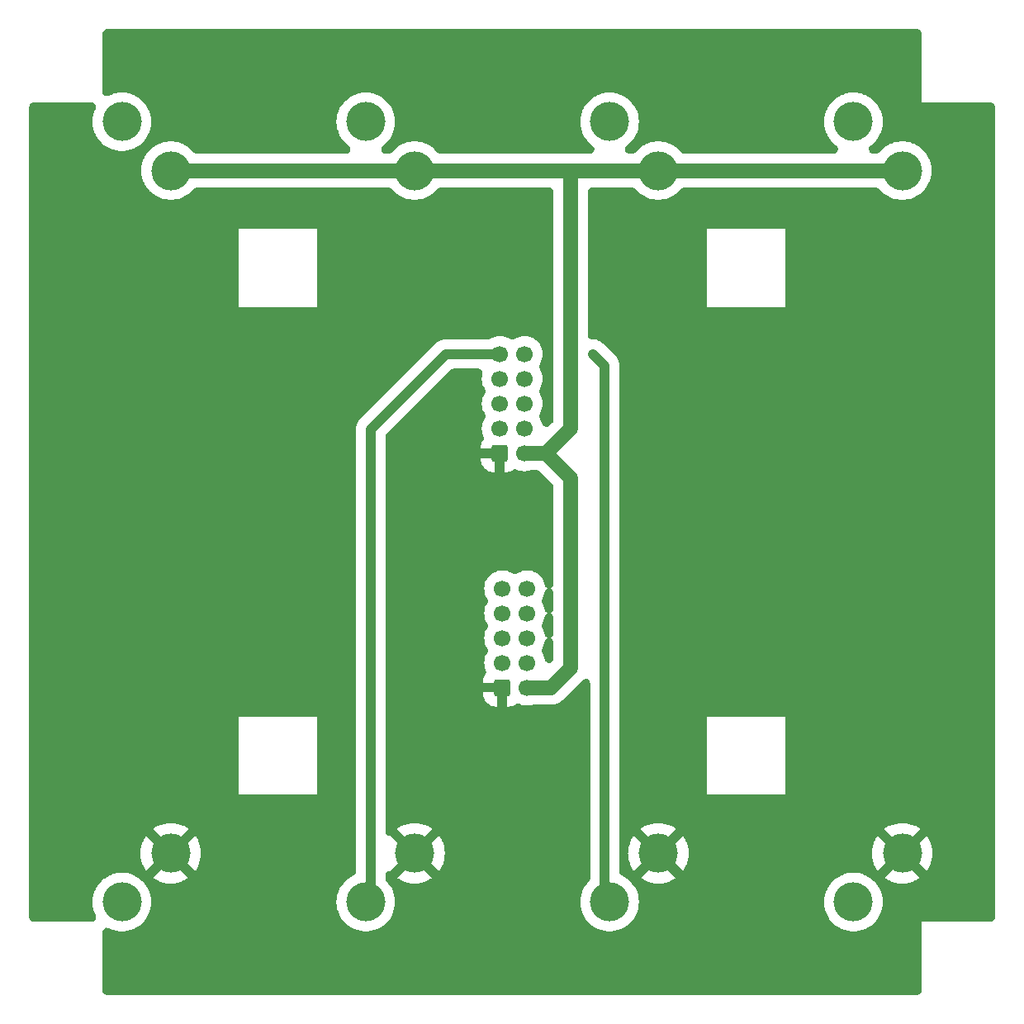
<source format=gtl>
G04 #@! TF.GenerationSoftware,KiCad,Pcbnew,(7.0.0)*
G04 #@! TF.CreationDate,2023-05-18T23:41:24+02:00*
G04 #@! TF.ProjectId,Fad_1,4661645f-312e-46b6-9963-61645f706362,rev?*
G04 #@! TF.SameCoordinates,Original*
G04 #@! TF.FileFunction,Copper,L1,Top*
G04 #@! TF.FilePolarity,Positive*
%FSLAX46Y46*%
G04 Gerber Fmt 4.6, Leading zero omitted, Abs format (unit mm)*
G04 Created by KiCad (PCBNEW (7.0.0)) date 2023-05-18 23:41:24*
%MOMM*%
%LPD*%
G01*
G04 APERTURE LIST*
G04 Aperture macros list*
%AMRoundRect*
0 Rectangle with rounded corners*
0 $1 Rounding radius*
0 $2 $3 $4 $5 $6 $7 $8 $9 X,Y pos of 4 corners*
0 Add a 4 corners polygon primitive as box body*
4,1,4,$2,$3,$4,$5,$6,$7,$8,$9,$2,$3,0*
0 Add four circle primitives for the rounded corners*
1,1,$1+$1,$2,$3*
1,1,$1+$1,$4,$5*
1,1,$1+$1,$6,$7*
1,1,$1+$1,$8,$9*
0 Add four rect primitives between the rounded corners*
20,1,$1+$1,$2,$3,$4,$5,0*
20,1,$1+$1,$4,$5,$6,$7,0*
20,1,$1+$1,$6,$7,$8,$9,0*
20,1,$1+$1,$8,$9,$2,$3,0*%
G04 Aperture macros list end*
G04 #@! TA.AperFunction,ComponentPad*
%ADD10C,4.000000*%
G04 #@! TD*
G04 #@! TA.AperFunction,ComponentPad*
%ADD11RoundRect,0.250000X-0.600000X-0.600000X0.600000X-0.600000X0.600000X0.600000X-0.600000X0.600000X0*%
G04 #@! TD*
G04 #@! TA.AperFunction,ComponentPad*
%ADD12C,1.700000*%
G04 #@! TD*
G04 #@! TA.AperFunction,ViaPad*
%ADD13C,0.800000*%
G04 #@! TD*
G04 #@! TA.AperFunction,Conductor*
%ADD14C,1.500000*%
G04 #@! TD*
G04 #@! TA.AperFunction,Conductor*
%ADD15C,1.000000*%
G04 #@! TD*
G04 APERTURE END LIST*
D10*
X145000000Y-125000000D03*
X140000000Y-50000000D03*
X140000000Y-130000000D03*
X145000000Y-55000000D03*
X170000000Y-125000000D03*
X165000000Y-50000000D03*
X165000000Y-130000000D03*
X170000000Y-55000000D03*
X120000000Y-125000000D03*
X115000000Y-50000000D03*
X115000000Y-130000000D03*
X120000000Y-55000000D03*
X95000000Y-125000000D03*
X90000000Y-50000000D03*
X90000000Y-130000000D03*
X95000000Y-55000000D03*
D11*
X128753500Y-83968000D03*
D12*
X131293500Y-83968000D03*
X128753500Y-81428000D03*
X131293500Y-81428000D03*
X128753500Y-78888000D03*
X131293500Y-78888000D03*
X128753500Y-76348000D03*
X131293500Y-76348000D03*
X128753500Y-73808000D03*
X131293500Y-73808000D03*
D11*
X129000000Y-108000000D03*
D12*
X131540000Y-108000000D03*
X129000000Y-105460000D03*
X131540000Y-105460000D03*
X129000000Y-102920000D03*
X131540000Y-102920000D03*
X129000000Y-100380000D03*
X131540000Y-100380000D03*
X129000000Y-97840000D03*
X131540000Y-97840000D03*
D13*
X138300000Y-73800000D03*
D14*
X133468000Y-83968000D02*
X136000000Y-86500000D01*
X131540000Y-108000000D02*
X134000000Y-108000000D01*
X134000000Y-108000000D02*
X136000000Y-106000000D01*
X96500000Y-55000000D02*
X120500000Y-55000000D01*
X133468000Y-83968000D02*
X136000000Y-81436000D01*
X136000000Y-106000000D02*
X136000000Y-86500000D01*
X120500000Y-55000000D02*
X135500000Y-55000000D01*
X136000000Y-81436000D02*
X136000000Y-55500000D01*
X131293500Y-83968000D02*
X133468000Y-83968000D01*
X144500000Y-55000000D02*
X168500000Y-55000000D01*
X135500000Y-55000000D02*
X144500000Y-55000000D01*
X136000000Y-55500000D02*
X135500000Y-55000000D01*
D15*
X115500000Y-81500000D02*
X115500000Y-130000000D01*
X123192000Y-73808000D02*
X115500000Y-81500000D01*
X128753500Y-73808000D02*
X123192000Y-73808000D01*
X138300000Y-73800000D02*
X139500000Y-75000000D01*
X139500000Y-75000000D02*
X139500000Y-130000000D01*
G04 #@! TA.AperFunction,Conductor*
G36*
X171667210Y-40515299D02*
G01*
X171775500Y-40560155D01*
X171868491Y-40631509D01*
X171939845Y-40724500D01*
X171984701Y-40832790D01*
X172000000Y-40949000D01*
X172000000Y-48000000D01*
X179051000Y-48000000D01*
X179167210Y-48015299D01*
X179275500Y-48060155D01*
X179368491Y-48131509D01*
X179439845Y-48224500D01*
X179484701Y-48332790D01*
X179500000Y-48449000D01*
X179500000Y-131551000D01*
X179484701Y-131667210D01*
X179439845Y-131775500D01*
X179368491Y-131868491D01*
X179275500Y-131939845D01*
X179167210Y-131984701D01*
X179051000Y-132000000D01*
X172000000Y-132000000D01*
X172000000Y-132029429D01*
X172000000Y-139051000D01*
X171984701Y-139167210D01*
X171939845Y-139275500D01*
X171868491Y-139368491D01*
X171775500Y-139439845D01*
X171667210Y-139484701D01*
X171551000Y-139500000D01*
X88449000Y-139500000D01*
X88332790Y-139484701D01*
X88224500Y-139439845D01*
X88131509Y-139368491D01*
X88060155Y-139275500D01*
X88015299Y-139167210D01*
X88000000Y-139051000D01*
X88000000Y-133081146D01*
X88018863Y-132952371D01*
X88073866Y-132834416D01*
X88160388Y-132737192D01*
X88271160Y-132668867D01*
X88396874Y-132635182D01*
X88526968Y-132638967D01*
X88650510Y-132679904D01*
X88809549Y-132759777D01*
X89137989Y-132879319D01*
X89478086Y-132959923D01*
X89825241Y-133000500D01*
X90161701Y-133000500D01*
X90174759Y-133000500D01*
X90521914Y-132959923D01*
X90862011Y-132879319D01*
X91190451Y-132759777D01*
X91502793Y-132602913D01*
X91794811Y-132410849D01*
X92062558Y-132186183D01*
X92302412Y-131931953D01*
X92511130Y-131651596D01*
X92685889Y-131348904D01*
X92824326Y-131027971D01*
X92924569Y-130693136D01*
X92985262Y-130348927D01*
X93005585Y-130000000D01*
X92985262Y-129651073D01*
X92924569Y-129306864D01*
X92824326Y-128972029D01*
X92685889Y-128651096D01*
X92511130Y-128348404D01*
X92302412Y-128068047D01*
X92293452Y-128058550D01*
X92293447Y-128058544D01*
X92071520Y-127823316D01*
X92071518Y-127823314D01*
X92062558Y-127813817D01*
X91849541Y-127635075D01*
X91804816Y-127597546D01*
X91804814Y-127597544D01*
X91794811Y-127589151D01*
X91684197Y-127516399D01*
X93196441Y-127516399D01*
X93216758Y-127535787D01*
X93337819Y-127621684D01*
X93359137Y-127635080D01*
X93641813Y-127791310D01*
X93664479Y-127802225D01*
X93962879Y-127925826D01*
X93986629Y-127934137D01*
X94296994Y-128023551D01*
X94321518Y-128029149D01*
X94639947Y-128083252D01*
X94664932Y-128086067D01*
X94987429Y-128104179D01*
X95012571Y-128104179D01*
X95335067Y-128086067D01*
X95360052Y-128083252D01*
X95678481Y-128029149D01*
X95703005Y-128023551D01*
X96013370Y-127934137D01*
X96037120Y-127925826D01*
X96335520Y-127802225D01*
X96358186Y-127791310D01*
X96640870Y-127635075D01*
X96662174Y-127621689D01*
X96783240Y-127535788D01*
X96803557Y-127516399D01*
X96786775Y-127493882D01*
X95020812Y-125727919D01*
X95000000Y-125711949D01*
X94979187Y-125727919D01*
X93213223Y-127493882D01*
X93196441Y-127516399D01*
X91684197Y-127516399D01*
X91502793Y-127397087D01*
X91247990Y-127269120D01*
X91202126Y-127246086D01*
X91202120Y-127246083D01*
X91190451Y-127240223D01*
X91178175Y-127235755D01*
X91178173Y-127235754D01*
X90874287Y-127125149D01*
X90874285Y-127125148D01*
X90862011Y-127120681D01*
X90849304Y-127117669D01*
X90849296Y-127117667D01*
X90534624Y-127043089D01*
X90534618Y-127043088D01*
X90521914Y-127040077D01*
X90508955Y-127038562D01*
X90508942Y-127038560D01*
X90187728Y-127001015D01*
X90187713Y-127001014D01*
X90174759Y-126999500D01*
X89825241Y-126999500D01*
X89812287Y-127001014D01*
X89812271Y-127001015D01*
X89491057Y-127038560D01*
X89491041Y-127038562D01*
X89478086Y-127040077D01*
X89465383Y-127043087D01*
X89465375Y-127043089D01*
X89150703Y-127117667D01*
X89150691Y-127117670D01*
X89137989Y-127120681D01*
X89125718Y-127125146D01*
X89125712Y-127125149D01*
X88821826Y-127235754D01*
X88821817Y-127235757D01*
X88809549Y-127240223D01*
X88797885Y-127246080D01*
X88797873Y-127246086D01*
X88508880Y-127391224D01*
X88508872Y-127391228D01*
X88497207Y-127397087D01*
X88486301Y-127404259D01*
X88486294Y-127404264D01*
X88216097Y-127581976D01*
X88216089Y-127581981D01*
X88205189Y-127589151D01*
X88195193Y-127597538D01*
X88195183Y-127597546D01*
X87947452Y-127805417D01*
X87947445Y-127805422D01*
X87937442Y-127813817D01*
X87928489Y-127823306D01*
X87928479Y-127823316D01*
X87706552Y-128058544D01*
X87706538Y-128058559D01*
X87697588Y-128068047D01*
X87689790Y-128078520D01*
X87689782Y-128078531D01*
X87496675Y-128337919D01*
X87496668Y-128337928D01*
X87488870Y-128348404D01*
X87482346Y-128359703D01*
X87482338Y-128359716D01*
X87320639Y-128639787D01*
X87320630Y-128639803D01*
X87314111Y-128651096D01*
X87308942Y-128663078D01*
X87308937Y-128663089D01*
X87180852Y-128960023D01*
X87180847Y-128960036D01*
X87175674Y-128972029D01*
X87171926Y-128984545D01*
X87171923Y-128984556D01*
X87079177Y-129294348D01*
X87079173Y-129294364D01*
X87075431Y-129306864D01*
X87014738Y-129651073D01*
X87013978Y-129664109D01*
X87013977Y-129664124D01*
X86995786Y-129976453D01*
X86994415Y-130000000D01*
X86995175Y-130013048D01*
X87013977Y-130335875D01*
X87013978Y-130335888D01*
X87014738Y-130348927D01*
X87075431Y-130693136D01*
X87079174Y-130705639D01*
X87079177Y-130705651D01*
X87171923Y-131015443D01*
X87175674Y-131027971D01*
X87314111Y-131348904D01*
X87316340Y-131352765D01*
X87356192Y-131473030D01*
X87359978Y-131603124D01*
X87326294Y-131728838D01*
X87257969Y-131839611D01*
X87160744Y-131926134D01*
X87042789Y-131981137D01*
X86914014Y-132000000D01*
X80949000Y-132000000D01*
X80832790Y-131984701D01*
X80724500Y-131939845D01*
X80631509Y-131868491D01*
X80560155Y-131775500D01*
X80515299Y-131667210D01*
X80500000Y-131551000D01*
X80500000Y-125012571D01*
X91895821Y-125012571D01*
X91913932Y-125335067D01*
X91916747Y-125360052D01*
X91970850Y-125678481D01*
X91976448Y-125703005D01*
X92065862Y-126013370D01*
X92074173Y-126037120D01*
X92197774Y-126335520D01*
X92208689Y-126358186D01*
X92364919Y-126640862D01*
X92378315Y-126662181D01*
X92464211Y-126783240D01*
X92483599Y-126803557D01*
X92506116Y-126786775D01*
X94272080Y-125020812D01*
X94288050Y-125000000D01*
X95711949Y-125000000D01*
X95727919Y-125020812D01*
X97493882Y-126786775D01*
X97516399Y-126803557D01*
X97535788Y-126783240D01*
X97621689Y-126662174D01*
X97635075Y-126640870D01*
X97791310Y-126358186D01*
X97802225Y-126335520D01*
X97925826Y-126037120D01*
X97934137Y-126013370D01*
X98023551Y-125703005D01*
X98029149Y-125678481D01*
X98083252Y-125360052D01*
X98086067Y-125335067D01*
X98104179Y-125012571D01*
X98104179Y-124987429D01*
X98086067Y-124664932D01*
X98083252Y-124639947D01*
X98029149Y-124321518D01*
X98023551Y-124296994D01*
X97934137Y-123986629D01*
X97925826Y-123962879D01*
X97802225Y-123664479D01*
X97791310Y-123641813D01*
X97635080Y-123359137D01*
X97621684Y-123337819D01*
X97535787Y-123216758D01*
X97516399Y-123196441D01*
X97493882Y-123213223D01*
X95727919Y-124979187D01*
X95711949Y-125000000D01*
X94288050Y-125000000D01*
X94272080Y-124979187D01*
X92506116Y-123213223D01*
X92483599Y-123196441D01*
X92464212Y-123216757D01*
X92378305Y-123337832D01*
X92364926Y-123359124D01*
X92208689Y-123641813D01*
X92197774Y-123664479D01*
X92074173Y-123962879D01*
X92065862Y-123986629D01*
X91976448Y-124296994D01*
X91970850Y-124321518D01*
X91916747Y-124639947D01*
X91913932Y-124664932D01*
X91895821Y-124987429D01*
X91895821Y-125012571D01*
X80500000Y-125012571D01*
X80500000Y-122483599D01*
X93196441Y-122483599D01*
X93213223Y-122506116D01*
X94979187Y-124272080D01*
X95000000Y-124288050D01*
X95020812Y-124272080D01*
X96786775Y-122506116D01*
X96803557Y-122483599D01*
X96783240Y-122464211D01*
X96662181Y-122378315D01*
X96640862Y-122364919D01*
X96358186Y-122208689D01*
X96335520Y-122197774D01*
X96037120Y-122074173D01*
X96013370Y-122065862D01*
X95703005Y-121976448D01*
X95678481Y-121970850D01*
X95360052Y-121916747D01*
X95335067Y-121913932D01*
X95012571Y-121895821D01*
X94987429Y-121895821D01*
X94664932Y-121913932D01*
X94639947Y-121916747D01*
X94321518Y-121970850D01*
X94296994Y-121976448D01*
X93986629Y-122065862D01*
X93962879Y-122074173D01*
X93664479Y-122197774D01*
X93641813Y-122208689D01*
X93359124Y-122364926D01*
X93337832Y-122378305D01*
X93216757Y-122464212D01*
X93196441Y-122483599D01*
X80500000Y-122483599D01*
X80500000Y-111000000D01*
X102000000Y-111000000D01*
X102000000Y-119000000D01*
X109970571Y-119000000D01*
X110000000Y-119000000D01*
X110000000Y-111000000D01*
X102000000Y-111000000D01*
X80500000Y-111000000D01*
X80500000Y-61000000D01*
X102000000Y-61000000D01*
X102000000Y-69000000D01*
X109970571Y-69000000D01*
X110000000Y-69000000D01*
X110000000Y-61000000D01*
X102000000Y-61000000D01*
X80500000Y-61000000D01*
X80500000Y-55000000D01*
X91994415Y-55000000D01*
X91995175Y-55013048D01*
X92013977Y-55335875D01*
X92013978Y-55335888D01*
X92014738Y-55348927D01*
X92075431Y-55693136D01*
X92079174Y-55705639D01*
X92079177Y-55705651D01*
X92171923Y-56015443D01*
X92175674Y-56027971D01*
X92314111Y-56348904D01*
X92320634Y-56360203D01*
X92320639Y-56360212D01*
X92482338Y-56640283D01*
X92488870Y-56651596D01*
X92697588Y-56931953D01*
X92706544Y-56941446D01*
X92706552Y-56941455D01*
X92840367Y-57083290D01*
X92937442Y-57186183D01*
X93205189Y-57410849D01*
X93497207Y-57602913D01*
X93809549Y-57759777D01*
X94137989Y-57879319D01*
X94478086Y-57959923D01*
X94825241Y-58000500D01*
X95161701Y-58000500D01*
X95174759Y-58000500D01*
X95521914Y-57959923D01*
X95862011Y-57879319D01*
X96190451Y-57759777D01*
X96502793Y-57602913D01*
X96794811Y-57410849D01*
X97062558Y-57186183D01*
X97302412Y-56931953D01*
X97310212Y-56921475D01*
X97318610Y-56911468D01*
X97320300Y-56912886D01*
X97374296Y-56855620D01*
X97461416Y-56798293D01*
X97559411Y-56762612D01*
X97662995Y-56750500D01*
X117337005Y-56750500D01*
X117440589Y-56762612D01*
X117538584Y-56798293D01*
X117625704Y-56855620D01*
X117679699Y-56912886D01*
X117681390Y-56911468D01*
X117689790Y-56921478D01*
X117697588Y-56931953D01*
X117937442Y-57186183D01*
X118205189Y-57410849D01*
X118497207Y-57602913D01*
X118809549Y-57759777D01*
X119137989Y-57879319D01*
X119478086Y-57959923D01*
X119825241Y-58000500D01*
X120161701Y-58000500D01*
X120174759Y-58000500D01*
X120521914Y-57959923D01*
X120862011Y-57879319D01*
X121190451Y-57759777D01*
X121502793Y-57602913D01*
X121794811Y-57410849D01*
X122062558Y-57186183D01*
X122302412Y-56931953D01*
X122310212Y-56921475D01*
X122318610Y-56911468D01*
X122320300Y-56912886D01*
X122374296Y-56855620D01*
X122461416Y-56798293D01*
X122559411Y-56762612D01*
X122662995Y-56750500D01*
X133800500Y-56750500D01*
X133916710Y-56765799D01*
X134025000Y-56810655D01*
X134117991Y-56882009D01*
X134189345Y-56975000D01*
X134234201Y-57083290D01*
X134249500Y-57199500D01*
X134249500Y-80524937D01*
X134234201Y-80641147D01*
X134189345Y-80749438D01*
X134117990Y-80842429D01*
X133830384Y-81130033D01*
X133735064Y-81202722D01*
X133623908Y-81247601D01*
X133504840Y-81261469D01*
X133386345Y-81243338D01*
X133276871Y-81194502D01*
X133184220Y-81118440D01*
X133114996Y-81020575D01*
X133084179Y-80935588D01*
X133081502Y-80936375D01*
X133076987Y-80920998D01*
X133073577Y-80905322D01*
X132981074Y-80657311D01*
X132854216Y-80424989D01*
X132844595Y-80412136D01*
X132837279Y-80400753D01*
X132784187Y-80284501D01*
X132765999Y-80158000D01*
X132784187Y-80031499D01*
X132837279Y-79915247D01*
X132844593Y-79903864D01*
X132854216Y-79891011D01*
X132981074Y-79658689D01*
X133073577Y-79410678D01*
X133129843Y-79152026D01*
X133148727Y-78888000D01*
X133129843Y-78623974D01*
X133073577Y-78365322D01*
X132981074Y-78117311D01*
X132854216Y-77884989D01*
X132844595Y-77872136D01*
X132837279Y-77860753D01*
X132784187Y-77744501D01*
X132765999Y-77618000D01*
X132784187Y-77491499D01*
X132837279Y-77375247D01*
X132844593Y-77363864D01*
X132854216Y-77351011D01*
X132981074Y-77118689D01*
X133073577Y-76870678D01*
X133129843Y-76612026D01*
X133148727Y-76348000D01*
X133129843Y-76083974D01*
X133073577Y-75825322D01*
X132981074Y-75577311D01*
X132854216Y-75344989D01*
X132844603Y-75332148D01*
X132837277Y-75320748D01*
X132784186Y-75204496D01*
X132765999Y-75077995D01*
X132784189Y-74951495D01*
X132837281Y-74835243D01*
X132844591Y-74823867D01*
X132854216Y-74811011D01*
X132981074Y-74578689D01*
X133073577Y-74330678D01*
X133129843Y-74072026D01*
X133148727Y-73808000D01*
X133129843Y-73543974D01*
X133073577Y-73285322D01*
X132981074Y-73037311D01*
X132854216Y-72804989D01*
X132695587Y-72593085D01*
X132508415Y-72405913D01*
X132479058Y-72383937D01*
X132309351Y-72256896D01*
X132309352Y-72256896D01*
X132296511Y-72247284D01*
X132282437Y-72239599D01*
X132282434Y-72239597D01*
X132078263Y-72128111D01*
X132078262Y-72128110D01*
X132064189Y-72120426D01*
X131816178Y-72027923D01*
X131800510Y-72024514D01*
X131800501Y-72024512D01*
X131573199Y-71975066D01*
X131573193Y-71975065D01*
X131557526Y-71971657D01*
X131541536Y-71970513D01*
X131541527Y-71970512D01*
X131309495Y-71953917D01*
X131293500Y-71952773D01*
X131277505Y-71953917D01*
X131045472Y-71970512D01*
X131045461Y-71970513D01*
X131029474Y-71971657D01*
X131013808Y-71975064D01*
X131013800Y-71975066D01*
X130786498Y-72024512D01*
X130786486Y-72024515D01*
X130770822Y-72027923D01*
X130755795Y-72033527D01*
X130755794Y-72033528D01*
X130537832Y-72114823D01*
X130537826Y-72114825D01*
X130522811Y-72120426D01*
X130508742Y-72128108D01*
X130508736Y-72128111D01*
X130304561Y-72239599D01*
X130304549Y-72239606D01*
X130290489Y-72247284D01*
X130277656Y-72256890D01*
X130266247Y-72264223D01*
X130149998Y-72317312D01*
X130023500Y-72335500D01*
X129897002Y-72317312D01*
X129780753Y-72264223D01*
X129769345Y-72256891D01*
X129756511Y-72247284D01*
X129742443Y-72239602D01*
X129742438Y-72239599D01*
X129538263Y-72128111D01*
X129538262Y-72128110D01*
X129524189Y-72120426D01*
X129276178Y-72027923D01*
X129260510Y-72024514D01*
X129260501Y-72024512D01*
X129033199Y-71975066D01*
X129033193Y-71975065D01*
X129017526Y-71971657D01*
X129001536Y-71970513D01*
X129001527Y-71970512D01*
X128769495Y-71953917D01*
X128753500Y-71952773D01*
X128737505Y-71953917D01*
X128505472Y-71970512D01*
X128505461Y-71970513D01*
X128489474Y-71971657D01*
X128473808Y-71975064D01*
X128473800Y-71975066D01*
X128246498Y-72024512D01*
X128246486Y-72024515D01*
X128230822Y-72027923D01*
X128215795Y-72033527D01*
X128215794Y-72033528D01*
X127997832Y-72114823D01*
X127997826Y-72114825D01*
X127982811Y-72120426D01*
X127968742Y-72128108D01*
X127968736Y-72128111D01*
X127750489Y-72247284D01*
X127749512Y-72245495D01*
X127653568Y-72289312D01*
X127527069Y-72307500D01*
X123313039Y-72307500D01*
X123291229Y-72306146D01*
X123291206Y-72306708D01*
X123272652Y-72305940D01*
X123254221Y-72303643D01*
X123235666Y-72304410D01*
X123235656Y-72304410D01*
X123170249Y-72307116D01*
X123151695Y-72307500D01*
X123129933Y-72307500D01*
X123120700Y-72308264D01*
X123120674Y-72308266D01*
X123108223Y-72309298D01*
X123089732Y-72310445D01*
X123024321Y-72313151D01*
X123024316Y-72313151D01*
X123005763Y-72313919D01*
X122987591Y-72317728D01*
X122975081Y-72319288D01*
X122962668Y-72321359D01*
X122944179Y-72322892D01*
X122926190Y-72327447D01*
X122926185Y-72327448D01*
X122862718Y-72343519D01*
X122844655Y-72347698D01*
X122780564Y-72361137D01*
X122780550Y-72361141D01*
X122762386Y-72364950D01*
X122745093Y-72371697D01*
X122733030Y-72375289D01*
X122721113Y-72379379D01*
X122703119Y-72383937D01*
X122686116Y-72391394D01*
X122686113Y-72391396D01*
X122626156Y-72417695D01*
X122609021Y-72424792D01*
X122548018Y-72448596D01*
X122548009Y-72448600D01*
X122530727Y-72455344D01*
X122514794Y-72464837D01*
X122503490Y-72470363D01*
X122492387Y-72476371D01*
X122475393Y-72483827D01*
X122459850Y-72493981D01*
X122459849Y-72493982D01*
X122405045Y-72529786D01*
X122389318Y-72539603D01*
X122333053Y-72573130D01*
X122333040Y-72573139D01*
X122317106Y-72582634D01*
X122302945Y-72594626D01*
X122292703Y-72601940D01*
X122282754Y-72609683D01*
X122267215Y-72619836D01*
X122253563Y-72632402D01*
X122253548Y-72632415D01*
X122205380Y-72676757D01*
X122191487Y-72689026D01*
X122181968Y-72697088D01*
X122181947Y-72697106D01*
X122174874Y-72703098D01*
X122168309Y-72709661D01*
X122168301Y-72709670D01*
X122159468Y-72718502D01*
X122146104Y-72731324D01*
X122097925Y-72775677D01*
X122097918Y-72775684D01*
X122084262Y-72788256D01*
X122072859Y-72802905D01*
X122060281Y-72816569D01*
X122059868Y-72816189D01*
X122045401Y-72832569D01*
X114524569Y-80353401D01*
X114508189Y-80367868D01*
X114508569Y-80368281D01*
X114494905Y-80380859D01*
X114480256Y-80392262D01*
X114467684Y-80405918D01*
X114467677Y-80405925D01*
X114423324Y-80454104D01*
X114410502Y-80467468D01*
X114401670Y-80476301D01*
X114401661Y-80476309D01*
X114395098Y-80482874D01*
X114389106Y-80489947D01*
X114389088Y-80489968D01*
X114381026Y-80499487D01*
X114368757Y-80513380D01*
X114324415Y-80561548D01*
X114324402Y-80561563D01*
X114311836Y-80575215D01*
X114301685Y-80590751D01*
X114293945Y-80600696D01*
X114286628Y-80610943D01*
X114274634Y-80625106D01*
X114265133Y-80641049D01*
X114265126Y-80641060D01*
X114231601Y-80697320D01*
X114221785Y-80713046D01*
X114185978Y-80767854D01*
X114185973Y-80767861D01*
X114175827Y-80783393D01*
X114168372Y-80800387D01*
X114162371Y-80811477D01*
X114156845Y-80822780D01*
X114147344Y-80838726D01*
X114140596Y-80856016D01*
X114140592Y-80856027D01*
X114116791Y-80917022D01*
X114109696Y-80934151D01*
X114083395Y-80994112D01*
X114083388Y-80994130D01*
X114075937Y-81011119D01*
X114071381Y-81029107D01*
X114067300Y-81040996D01*
X114063699Y-81053089D01*
X114056951Y-81070386D01*
X114053140Y-81088556D01*
X114053138Y-81088566D01*
X114039700Y-81152650D01*
X114035520Y-81170717D01*
X114019450Y-81234177D01*
X114019448Y-81234183D01*
X114014892Y-81252179D01*
X114013359Y-81270673D01*
X114011286Y-81283096D01*
X114009728Y-81295595D01*
X114005919Y-81313763D01*
X114005151Y-81332310D01*
X114005151Y-81332317D01*
X114002445Y-81397732D01*
X114001298Y-81416223D01*
X114000266Y-81428674D01*
X114000264Y-81428700D01*
X113999500Y-81437933D01*
X113999500Y-81447222D01*
X113999500Y-81459695D01*
X113999116Y-81478249D01*
X113996410Y-81543656D01*
X113996410Y-81543666D01*
X113995643Y-81562221D01*
X113997940Y-81580652D01*
X113998708Y-81599206D01*
X113998146Y-81599229D01*
X113999500Y-81621039D01*
X113999500Y-126867879D01*
X113982465Y-126990384D01*
X113932651Y-127103594D01*
X113853840Y-127198917D01*
X113752010Y-127269120D01*
X113508887Y-127391220D01*
X113508872Y-127391228D01*
X113497207Y-127397087D01*
X113486301Y-127404259D01*
X113486294Y-127404264D01*
X113216097Y-127581976D01*
X113216089Y-127581981D01*
X113205189Y-127589151D01*
X113195193Y-127597538D01*
X113195183Y-127597546D01*
X112947452Y-127805417D01*
X112947445Y-127805422D01*
X112937442Y-127813817D01*
X112928489Y-127823306D01*
X112928479Y-127823316D01*
X112706552Y-128058544D01*
X112706538Y-128058559D01*
X112697588Y-128068047D01*
X112689790Y-128078520D01*
X112689782Y-128078531D01*
X112496675Y-128337919D01*
X112496668Y-128337928D01*
X112488870Y-128348404D01*
X112482346Y-128359703D01*
X112482338Y-128359716D01*
X112320639Y-128639787D01*
X112320630Y-128639803D01*
X112314111Y-128651096D01*
X112308942Y-128663078D01*
X112308937Y-128663089D01*
X112180852Y-128960023D01*
X112180847Y-128960036D01*
X112175674Y-128972029D01*
X112171926Y-128984545D01*
X112171923Y-128984556D01*
X112079177Y-129294348D01*
X112079173Y-129294364D01*
X112075431Y-129306864D01*
X112014738Y-129651073D01*
X112013978Y-129664109D01*
X112013977Y-129664124D01*
X111995786Y-129976453D01*
X111994415Y-130000000D01*
X111995175Y-130013048D01*
X112013977Y-130335875D01*
X112013978Y-130335888D01*
X112014738Y-130348927D01*
X112075431Y-130693136D01*
X112079174Y-130705639D01*
X112079177Y-130705651D01*
X112171923Y-131015443D01*
X112175674Y-131027971D01*
X112314111Y-131348904D01*
X112320634Y-131360203D01*
X112320639Y-131360212D01*
X112482338Y-131640283D01*
X112488870Y-131651596D01*
X112496674Y-131662079D01*
X112496675Y-131662080D01*
X112546374Y-131728838D01*
X112697588Y-131931953D01*
X112706546Y-131941448D01*
X112706552Y-131941455D01*
X112928479Y-132176683D01*
X112937442Y-132186183D01*
X113205189Y-132410849D01*
X113497207Y-132602913D01*
X113809549Y-132759777D01*
X114137989Y-132879319D01*
X114478086Y-132959923D01*
X114825241Y-133000500D01*
X115161701Y-133000500D01*
X115174759Y-133000500D01*
X115521914Y-132959923D01*
X115862011Y-132879319D01*
X116190451Y-132759777D01*
X116502793Y-132602913D01*
X116794811Y-132410849D01*
X117062558Y-132186183D01*
X117302412Y-131931953D01*
X117511130Y-131651596D01*
X117685889Y-131348904D01*
X117824326Y-131027971D01*
X117924569Y-130693136D01*
X117985262Y-130348927D01*
X118005585Y-130000000D01*
X117985262Y-129651073D01*
X117924569Y-129306864D01*
X117824326Y-128972029D01*
X117685889Y-128651096D01*
X117511130Y-128348404D01*
X117302412Y-128068047D01*
X117293452Y-128058550D01*
X117293447Y-128058544D01*
X117122909Y-127877785D01*
X117056374Y-127786580D01*
X117014693Y-127681661D01*
X117000500Y-127569662D01*
X117000500Y-127516399D01*
X118196441Y-127516399D01*
X118216758Y-127535787D01*
X118337819Y-127621684D01*
X118359137Y-127635080D01*
X118641813Y-127791310D01*
X118664479Y-127802225D01*
X118962879Y-127925826D01*
X118986629Y-127934137D01*
X119296994Y-128023551D01*
X119321518Y-128029149D01*
X119639947Y-128083252D01*
X119664932Y-128086067D01*
X119987429Y-128104179D01*
X120012571Y-128104179D01*
X120335067Y-128086067D01*
X120360052Y-128083252D01*
X120678481Y-128029149D01*
X120703005Y-128023551D01*
X121013370Y-127934137D01*
X121037120Y-127925826D01*
X121335520Y-127802225D01*
X121358186Y-127791310D01*
X121640870Y-127635075D01*
X121662174Y-127621689D01*
X121783240Y-127535788D01*
X121803557Y-127516399D01*
X121786775Y-127493882D01*
X120020812Y-125727919D01*
X120000000Y-125711949D01*
X119979187Y-125727919D01*
X118213223Y-127493882D01*
X118196441Y-127516399D01*
X117000500Y-127516399D01*
X117000500Y-127256978D01*
X117014645Y-127145167D01*
X117056187Y-127040401D01*
X117122510Y-126949280D01*
X117209434Y-126877545D01*
X117311484Y-126829716D01*
X117422230Y-126808807D01*
X117481384Y-126805207D01*
X117506116Y-126786775D01*
X119272080Y-125020812D01*
X119288050Y-125000000D01*
X120711949Y-125000000D01*
X120727919Y-125020812D01*
X122493882Y-126786775D01*
X122516399Y-126803557D01*
X122535788Y-126783240D01*
X122621689Y-126662174D01*
X122635075Y-126640870D01*
X122791310Y-126358186D01*
X122802225Y-126335520D01*
X122925826Y-126037120D01*
X122934137Y-126013370D01*
X123023551Y-125703005D01*
X123029149Y-125678481D01*
X123083252Y-125360052D01*
X123086067Y-125335067D01*
X123104179Y-125012571D01*
X123104179Y-124987429D01*
X123086067Y-124664932D01*
X123083252Y-124639947D01*
X123029149Y-124321518D01*
X123023551Y-124296994D01*
X122934137Y-123986629D01*
X122925826Y-123962879D01*
X122802225Y-123664479D01*
X122791310Y-123641813D01*
X122635080Y-123359137D01*
X122621684Y-123337819D01*
X122535787Y-123216758D01*
X122516399Y-123196441D01*
X122493882Y-123213223D01*
X120727919Y-124979187D01*
X120711949Y-125000000D01*
X119288050Y-125000000D01*
X119272080Y-124979187D01*
X117506116Y-123213223D01*
X117481384Y-123194791D01*
X117422230Y-123191192D01*
X117311484Y-123170283D01*
X117209434Y-123122454D01*
X117122510Y-123050719D01*
X117056187Y-122959598D01*
X117014644Y-122854832D01*
X117000500Y-122743021D01*
X117000500Y-122483599D01*
X118196441Y-122483599D01*
X118213223Y-122506116D01*
X119979187Y-124272080D01*
X120000000Y-124288050D01*
X120020812Y-124272080D01*
X121786775Y-122506116D01*
X121803557Y-122483599D01*
X121783240Y-122464211D01*
X121662181Y-122378315D01*
X121640862Y-122364919D01*
X121358186Y-122208689D01*
X121335520Y-122197774D01*
X121037120Y-122074173D01*
X121013370Y-122065862D01*
X120703005Y-121976448D01*
X120678481Y-121970850D01*
X120360052Y-121916747D01*
X120335067Y-121913932D01*
X120012571Y-121895821D01*
X119987429Y-121895821D01*
X119664932Y-121913932D01*
X119639947Y-121916747D01*
X119321518Y-121970850D01*
X119296994Y-121976448D01*
X118986629Y-122065862D01*
X118962879Y-122074173D01*
X118664479Y-122197774D01*
X118641813Y-122208689D01*
X118359124Y-122364926D01*
X118337832Y-122378305D01*
X118216757Y-122464212D01*
X118196441Y-122483599D01*
X117000500Y-122483599D01*
X117000500Y-108649147D01*
X127050001Y-108649147D01*
X127050854Y-108668700D01*
X127063722Y-108815795D01*
X127070503Y-108854253D01*
X127121496Y-109044561D01*
X127134852Y-109081254D01*
X127218117Y-109259818D01*
X127237639Y-109293629D01*
X127350648Y-109455023D01*
X127375750Y-109484938D01*
X127515061Y-109624249D01*
X127544976Y-109649351D01*
X127706370Y-109762360D01*
X127740181Y-109781882D01*
X127918745Y-109865147D01*
X127955438Y-109878503D01*
X128145749Y-109929496D01*
X128184206Y-109936277D01*
X128331298Y-109949146D01*
X128350845Y-109950000D01*
X128470571Y-109950000D01*
X128496576Y-109946576D01*
X128500000Y-109920571D01*
X128500000Y-108529429D01*
X128496576Y-108503423D01*
X128470571Y-108500000D01*
X127079430Y-108500000D01*
X127053424Y-108503423D01*
X127050001Y-108529429D01*
X127050001Y-108649147D01*
X117000500Y-108649147D01*
X117000500Y-84617147D01*
X126803501Y-84617147D01*
X126804354Y-84636700D01*
X126817222Y-84783795D01*
X126824003Y-84822253D01*
X126874996Y-85012561D01*
X126888352Y-85049254D01*
X126971617Y-85227818D01*
X126991139Y-85261629D01*
X127104148Y-85423023D01*
X127129250Y-85452938D01*
X127268561Y-85592249D01*
X127298476Y-85617351D01*
X127459870Y-85730360D01*
X127493681Y-85749882D01*
X127672245Y-85833147D01*
X127708938Y-85846503D01*
X127899249Y-85897496D01*
X127937706Y-85904277D01*
X128084798Y-85917146D01*
X128104345Y-85918000D01*
X128224071Y-85918000D01*
X128250076Y-85914576D01*
X128253500Y-85888571D01*
X128253500Y-84497429D01*
X128250076Y-84471423D01*
X128224071Y-84468000D01*
X126832930Y-84468000D01*
X126806924Y-84471423D01*
X126803501Y-84497429D01*
X126803501Y-84617147D01*
X117000500Y-84617147D01*
X117000500Y-82307510D01*
X117015799Y-82191300D01*
X117060655Y-82083010D01*
X117132009Y-81990019D01*
X123682019Y-75440009D01*
X123775010Y-75368655D01*
X123883300Y-75323799D01*
X123999510Y-75308500D01*
X126528676Y-75308500D01*
X126660291Y-75328223D01*
X126780344Y-75385661D01*
X126878286Y-75475766D01*
X126945513Y-75590623D01*
X126976119Y-75720141D01*
X126967415Y-75852939D01*
X126917157Y-76083974D01*
X126916013Y-76099961D01*
X126916012Y-76099972D01*
X126899417Y-76332005D01*
X126898273Y-76348000D01*
X126899417Y-76363995D01*
X126916012Y-76596027D01*
X126916013Y-76596036D01*
X126917157Y-76612026D01*
X126920565Y-76627693D01*
X126920566Y-76627699D01*
X126970012Y-76855001D01*
X126970014Y-76855010D01*
X126973423Y-76870678D01*
X127065926Y-77118689D01*
X127073610Y-77132762D01*
X127073611Y-77132763D01*
X127185099Y-77336938D01*
X127185102Y-77336943D01*
X127192784Y-77351011D01*
X127202391Y-77363845D01*
X127209723Y-77375253D01*
X127262812Y-77491502D01*
X127281000Y-77618000D01*
X127262812Y-77744498D01*
X127209723Y-77860747D01*
X127202390Y-77872156D01*
X127192784Y-77884989D01*
X127185106Y-77899049D01*
X127185099Y-77899061D01*
X127073611Y-78103236D01*
X127073608Y-78103242D01*
X127065926Y-78117311D01*
X126973423Y-78365322D01*
X126970015Y-78380986D01*
X126970012Y-78380998D01*
X126920566Y-78608300D01*
X126920564Y-78608308D01*
X126917157Y-78623974D01*
X126916013Y-78639961D01*
X126916012Y-78639972D01*
X126899417Y-78872005D01*
X126898273Y-78888000D01*
X126899417Y-78903995D01*
X126916012Y-79136027D01*
X126916013Y-79136036D01*
X126917157Y-79152026D01*
X126920565Y-79167693D01*
X126920566Y-79167699D01*
X126970012Y-79395001D01*
X126970014Y-79395010D01*
X126973423Y-79410678D01*
X127065926Y-79658689D01*
X127073610Y-79672762D01*
X127073611Y-79672763D01*
X127185099Y-79876938D01*
X127185102Y-79876943D01*
X127192784Y-79891011D01*
X127202391Y-79903845D01*
X127209723Y-79915253D01*
X127262812Y-80031502D01*
X127281000Y-80158000D01*
X127262812Y-80284498D01*
X127209723Y-80400747D01*
X127202390Y-80412156D01*
X127192784Y-80424989D01*
X127185106Y-80439049D01*
X127185099Y-80439061D01*
X127073611Y-80643236D01*
X127073608Y-80643242D01*
X127065926Y-80657311D01*
X127060325Y-80672326D01*
X127060323Y-80672332D01*
X127018900Y-80783393D01*
X126973423Y-80905322D01*
X126970015Y-80920986D01*
X126970012Y-80920998D01*
X126920566Y-81148300D01*
X126920564Y-81148308D01*
X126917157Y-81163974D01*
X126916013Y-81179961D01*
X126916012Y-81179972D01*
X126900438Y-81397732D01*
X126898273Y-81428000D01*
X126899417Y-81443995D01*
X126916012Y-81676027D01*
X126916013Y-81676036D01*
X126917157Y-81692026D01*
X126920565Y-81707693D01*
X126920566Y-81707699D01*
X126970012Y-81935001D01*
X126970014Y-81935010D01*
X126973423Y-81950678D01*
X127002729Y-82029251D01*
X127060327Y-82183679D01*
X127060330Y-82183685D01*
X127063341Y-82191758D01*
X127065926Y-82198689D01*
X127065520Y-82198840D01*
X127096153Y-82298403D01*
X127100650Y-82414642D01*
X127075134Y-82528135D01*
X127021320Y-82631264D01*
X126991145Y-82674359D01*
X126971617Y-82708181D01*
X126888352Y-82886745D01*
X126874996Y-82923438D01*
X126824003Y-83113749D01*
X126817222Y-83152206D01*
X126804353Y-83299298D01*
X126803500Y-83318845D01*
X126803500Y-83438571D01*
X126806923Y-83464576D01*
X126832929Y-83468000D01*
X128804500Y-83468000D01*
X128920710Y-83483299D01*
X129029000Y-83528155D01*
X129121991Y-83599509D01*
X129193345Y-83692500D01*
X129238201Y-83800790D01*
X129253500Y-83917000D01*
X129253500Y-85888570D01*
X129256923Y-85914575D01*
X129282929Y-85917999D01*
X129402646Y-85917999D01*
X129422200Y-85917145D01*
X129569295Y-85904277D01*
X129607753Y-85897496D01*
X129798061Y-85846503D01*
X129834754Y-85833147D01*
X130013318Y-85749882D01*
X130047131Y-85730359D01*
X130090227Y-85700184D01*
X130193360Y-85646366D01*
X130306858Y-85620849D01*
X130423102Y-85625347D01*
X130522659Y-85655980D01*
X130522811Y-85655574D01*
X130770822Y-85748077D01*
X131029474Y-85804343D01*
X131293500Y-85823227D01*
X131557526Y-85804343D01*
X131816178Y-85748077D01*
X131831213Y-85742469D01*
X131846587Y-85737955D01*
X131846979Y-85739291D01*
X131896763Y-85725634D01*
X131976484Y-85718500D01*
X132556937Y-85718500D01*
X132673147Y-85733799D01*
X132781437Y-85778655D01*
X132874428Y-85850009D01*
X134117991Y-87093572D01*
X134189345Y-87186563D01*
X134234201Y-87294853D01*
X134249500Y-87411063D01*
X134249500Y-97413500D01*
X134230398Y-97543071D01*
X134174718Y-97661617D01*
X134087197Y-97759051D01*
X133975282Y-97827085D01*
X133925423Y-97840000D01*
X133975282Y-97852915D01*
X134087197Y-97920949D01*
X134174718Y-98018383D01*
X134230398Y-98136929D01*
X134249500Y-98266500D01*
X134249500Y-99953500D01*
X134230398Y-100083071D01*
X134174718Y-100201617D01*
X134087197Y-100299051D01*
X133975282Y-100367085D01*
X133925423Y-100380000D01*
X133975282Y-100392915D01*
X134087197Y-100460949D01*
X134174718Y-100558383D01*
X134230398Y-100676929D01*
X134249500Y-100806500D01*
X134249500Y-102493500D01*
X134230398Y-102623071D01*
X134174718Y-102741617D01*
X134087197Y-102839051D01*
X133975282Y-102907085D01*
X133925423Y-102920000D01*
X133975282Y-102932915D01*
X134087197Y-103000949D01*
X134174718Y-103098383D01*
X134230398Y-103216929D01*
X134249500Y-103346500D01*
X134249500Y-105033500D01*
X134230398Y-105163071D01*
X134174718Y-105281617D01*
X134087197Y-105379051D01*
X133975282Y-105447085D01*
X133848496Y-105479927D01*
X133717626Y-105474785D01*
X133593807Y-105432096D01*
X133487575Y-105355492D01*
X133407968Y-105251491D01*
X133361761Y-105128941D01*
X133323487Y-104952998D01*
X133320077Y-104937322D01*
X133227574Y-104689311D01*
X133100716Y-104456989D01*
X133091095Y-104444136D01*
X133083779Y-104432753D01*
X133030687Y-104316501D01*
X133012499Y-104190000D01*
X133030687Y-104063499D01*
X133083779Y-103947247D01*
X133091093Y-103935864D01*
X133100716Y-103923011D01*
X133227574Y-103690689D01*
X133320077Y-103442678D01*
X133361760Y-103251059D01*
X133407968Y-103128509D01*
X133487575Y-103024508D01*
X133593807Y-102947904D01*
X133674742Y-102920000D01*
X133593807Y-102892096D01*
X133487575Y-102815492D01*
X133407968Y-102711491D01*
X133361761Y-102588941D01*
X133323487Y-102412998D01*
X133320077Y-102397322D01*
X133227574Y-102149311D01*
X133100716Y-101916989D01*
X133091103Y-101904148D01*
X133083777Y-101892748D01*
X133030686Y-101776496D01*
X133012499Y-101649995D01*
X133030689Y-101523495D01*
X133083781Y-101407243D01*
X133091091Y-101395867D01*
X133100716Y-101383011D01*
X133227574Y-101150689D01*
X133320077Y-100902678D01*
X133361760Y-100711059D01*
X133407968Y-100588509D01*
X133487575Y-100484508D01*
X133593807Y-100407904D01*
X133674742Y-100380000D01*
X133593807Y-100352096D01*
X133487575Y-100275492D01*
X133407968Y-100171491D01*
X133361761Y-100048941D01*
X133323487Y-99872998D01*
X133320077Y-99857322D01*
X133227574Y-99609311D01*
X133100716Y-99376989D01*
X133091103Y-99364148D01*
X133083777Y-99352748D01*
X133030686Y-99236496D01*
X133012499Y-99109995D01*
X133030689Y-98983495D01*
X133083781Y-98867243D01*
X133091091Y-98855867D01*
X133100716Y-98843011D01*
X133227574Y-98610689D01*
X133320077Y-98362678D01*
X133361760Y-98171059D01*
X133407968Y-98048509D01*
X133487575Y-97944508D01*
X133593807Y-97867904D01*
X133674742Y-97840000D01*
X133593807Y-97812096D01*
X133487575Y-97735492D01*
X133407968Y-97631491D01*
X133361761Y-97508941D01*
X133323487Y-97332998D01*
X133320077Y-97317322D01*
X133227574Y-97069311D01*
X133100716Y-96836989D01*
X132942087Y-96625085D01*
X132754915Y-96437913D01*
X132543011Y-96279284D01*
X132528937Y-96271599D01*
X132528934Y-96271597D01*
X132324763Y-96160111D01*
X132324762Y-96160110D01*
X132310689Y-96152426D01*
X132062678Y-96059923D01*
X132047010Y-96056514D01*
X132047001Y-96056512D01*
X131819699Y-96007066D01*
X131819693Y-96007065D01*
X131804026Y-96003657D01*
X131788036Y-96002513D01*
X131788027Y-96002512D01*
X131555995Y-95985917D01*
X131540000Y-95984773D01*
X131524005Y-95985917D01*
X131291972Y-96002512D01*
X131291961Y-96002513D01*
X131275974Y-96003657D01*
X131260308Y-96007064D01*
X131260300Y-96007066D01*
X131032998Y-96056512D01*
X131032986Y-96056515D01*
X131017322Y-96059923D01*
X131002295Y-96065527D01*
X131002294Y-96065528D01*
X130784332Y-96146823D01*
X130784326Y-96146825D01*
X130769311Y-96152426D01*
X130755242Y-96160108D01*
X130755236Y-96160111D01*
X130551061Y-96271599D01*
X130551049Y-96271606D01*
X130536989Y-96279284D01*
X130524156Y-96288890D01*
X130512747Y-96296223D01*
X130396498Y-96349312D01*
X130270000Y-96367500D01*
X130143502Y-96349312D01*
X130027253Y-96296223D01*
X130015845Y-96288891D01*
X130003011Y-96279284D01*
X129988943Y-96271602D01*
X129988938Y-96271599D01*
X129784763Y-96160111D01*
X129784762Y-96160110D01*
X129770689Y-96152426D01*
X129522678Y-96059923D01*
X129507010Y-96056514D01*
X129507001Y-96056512D01*
X129279699Y-96007066D01*
X129279693Y-96007065D01*
X129264026Y-96003657D01*
X129248036Y-96002513D01*
X129248027Y-96002512D01*
X129015995Y-95985917D01*
X129000000Y-95984773D01*
X128984005Y-95985917D01*
X128751972Y-96002512D01*
X128751961Y-96002513D01*
X128735974Y-96003657D01*
X128720308Y-96007064D01*
X128720300Y-96007066D01*
X128492998Y-96056512D01*
X128492986Y-96056515D01*
X128477322Y-96059923D01*
X128462295Y-96065527D01*
X128462294Y-96065528D01*
X128244332Y-96146823D01*
X128244326Y-96146825D01*
X128229311Y-96152426D01*
X128215242Y-96160108D01*
X128215236Y-96160111D01*
X128011065Y-96271597D01*
X128011055Y-96271602D01*
X127996989Y-96279284D01*
X127984153Y-96288892D01*
X127984148Y-96288896D01*
X127797928Y-96428298D01*
X127797920Y-96428304D01*
X127785085Y-96437913D01*
X127773749Y-96449248D01*
X127773742Y-96449255D01*
X127609255Y-96613742D01*
X127609248Y-96613749D01*
X127597913Y-96625085D01*
X127588304Y-96637920D01*
X127588298Y-96637928D01*
X127448896Y-96824148D01*
X127448892Y-96824153D01*
X127439284Y-96836989D01*
X127431602Y-96851055D01*
X127431597Y-96851065D01*
X127320111Y-97055236D01*
X127320108Y-97055242D01*
X127312426Y-97069311D01*
X127219923Y-97317322D01*
X127216515Y-97332986D01*
X127216512Y-97332998D01*
X127167066Y-97560300D01*
X127167064Y-97560308D01*
X127163657Y-97575974D01*
X127162513Y-97591961D01*
X127162512Y-97591972D01*
X127150563Y-97759051D01*
X127144773Y-97840000D01*
X127145917Y-97855995D01*
X127162512Y-98088027D01*
X127162513Y-98088036D01*
X127163657Y-98104026D01*
X127167065Y-98119693D01*
X127167066Y-98119699D01*
X127216512Y-98347001D01*
X127216514Y-98347010D01*
X127219923Y-98362678D01*
X127312426Y-98610689D01*
X127439284Y-98843011D01*
X127448899Y-98855856D01*
X127456221Y-98867248D01*
X127509311Y-98983497D01*
X127527500Y-99109995D01*
X127509314Y-99236493D01*
X127456225Y-99352743D01*
X127448887Y-99364159D01*
X127439284Y-99376989D01*
X127431604Y-99391053D01*
X127431600Y-99391060D01*
X127320111Y-99595236D01*
X127320108Y-99595242D01*
X127312426Y-99609311D01*
X127219923Y-99857322D01*
X127216515Y-99872986D01*
X127216512Y-99872998D01*
X127167066Y-100100300D01*
X127167064Y-100100308D01*
X127163657Y-100115974D01*
X127162513Y-100131961D01*
X127162512Y-100131972D01*
X127150563Y-100299051D01*
X127144773Y-100380000D01*
X127145917Y-100395995D01*
X127162512Y-100628027D01*
X127162513Y-100628036D01*
X127163657Y-100644026D01*
X127167065Y-100659693D01*
X127167066Y-100659699D01*
X127216512Y-100887001D01*
X127216514Y-100887010D01*
X127219923Y-100902678D01*
X127312426Y-101150689D01*
X127320110Y-101164762D01*
X127320111Y-101164763D01*
X127431599Y-101368938D01*
X127431602Y-101368943D01*
X127439284Y-101383011D01*
X127448891Y-101395845D01*
X127456223Y-101407253D01*
X127509312Y-101523502D01*
X127527500Y-101650000D01*
X127509312Y-101776498D01*
X127456223Y-101892747D01*
X127448890Y-101904156D01*
X127439284Y-101916989D01*
X127431606Y-101931049D01*
X127431599Y-101931061D01*
X127320111Y-102135236D01*
X127320108Y-102135242D01*
X127312426Y-102149311D01*
X127219923Y-102397322D01*
X127216515Y-102412986D01*
X127216512Y-102412998D01*
X127167066Y-102640300D01*
X127167064Y-102640308D01*
X127163657Y-102655974D01*
X127162513Y-102671961D01*
X127162512Y-102671972D01*
X127150563Y-102839051D01*
X127144773Y-102920000D01*
X127145917Y-102935995D01*
X127162512Y-103168027D01*
X127162513Y-103168036D01*
X127163657Y-103184026D01*
X127167065Y-103199693D01*
X127167066Y-103199699D01*
X127216512Y-103427001D01*
X127216514Y-103427010D01*
X127219923Y-103442678D01*
X127312426Y-103690689D01*
X127320110Y-103704762D01*
X127320111Y-103704763D01*
X127431599Y-103908938D01*
X127431602Y-103908943D01*
X127439284Y-103923011D01*
X127448891Y-103935845D01*
X127456223Y-103947253D01*
X127509312Y-104063502D01*
X127527500Y-104190000D01*
X127509312Y-104316498D01*
X127456223Y-104432747D01*
X127448890Y-104444156D01*
X127439284Y-104456989D01*
X127431606Y-104471049D01*
X127431599Y-104471061D01*
X127320111Y-104675236D01*
X127320108Y-104675242D01*
X127312426Y-104689311D01*
X127219923Y-104937322D01*
X127216515Y-104952986D01*
X127216512Y-104952998D01*
X127167066Y-105180300D01*
X127167064Y-105180308D01*
X127163657Y-105195974D01*
X127162513Y-105211961D01*
X127162512Y-105211972D01*
X127150563Y-105379051D01*
X127144773Y-105460000D01*
X127145917Y-105475995D01*
X127162512Y-105708027D01*
X127162513Y-105708036D01*
X127163657Y-105724026D01*
X127167065Y-105739693D01*
X127167066Y-105739699D01*
X127216512Y-105967001D01*
X127216514Y-105967010D01*
X127219923Y-105982678D01*
X127225528Y-105997705D01*
X127306827Y-106215679D01*
X127306830Y-106215685D01*
X127309841Y-106223758D01*
X127312426Y-106230689D01*
X127312020Y-106230840D01*
X127342653Y-106330403D01*
X127347150Y-106446642D01*
X127321634Y-106560135D01*
X127267820Y-106663264D01*
X127237645Y-106706359D01*
X127218117Y-106740181D01*
X127134852Y-106918745D01*
X127121496Y-106955438D01*
X127070503Y-107145749D01*
X127063722Y-107184206D01*
X127050853Y-107331298D01*
X127050000Y-107350845D01*
X127050000Y-107470571D01*
X127053423Y-107496576D01*
X127079429Y-107500000D01*
X129051000Y-107500000D01*
X129167210Y-107515299D01*
X129275500Y-107560155D01*
X129368491Y-107631509D01*
X129439845Y-107724500D01*
X129484701Y-107832790D01*
X129500000Y-107949000D01*
X129500000Y-109920570D01*
X129503423Y-109946575D01*
X129529429Y-109949999D01*
X129649146Y-109949999D01*
X129668700Y-109949145D01*
X129815795Y-109936277D01*
X129854253Y-109929496D01*
X130044561Y-109878503D01*
X130081254Y-109865147D01*
X130259818Y-109781882D01*
X130293631Y-109762359D01*
X130336727Y-109732184D01*
X130439860Y-109678366D01*
X130553358Y-109652849D01*
X130669602Y-109657347D01*
X130769159Y-109687980D01*
X130769311Y-109687574D01*
X131017322Y-109780077D01*
X131275974Y-109836343D01*
X131540000Y-109855227D01*
X131804026Y-109836343D01*
X132062678Y-109780077D01*
X132077713Y-109774469D01*
X132093087Y-109769955D01*
X132093479Y-109771291D01*
X132143263Y-109757634D01*
X132222984Y-109750500D01*
X133958870Y-109750500D01*
X133975659Y-109750813D01*
X134065636Y-109754181D01*
X134155125Y-109744097D01*
X134171814Y-109742531D01*
X134261630Y-109735802D01*
X134278025Y-109732059D01*
X134293858Y-109729673D01*
X134309636Y-109726687D01*
X134326350Y-109724805D01*
X134413348Y-109701493D01*
X134429606Y-109697462D01*
X134439389Y-109695228D01*
X134517416Y-109677420D01*
X134533062Y-109671278D01*
X134548374Y-109666556D01*
X134563534Y-109661251D01*
X134579775Y-109656900D01*
X134662337Y-109620877D01*
X134677792Y-109614476D01*
X134761643Y-109581568D01*
X134776206Y-109573159D01*
X134790674Y-109566192D01*
X134804846Y-109558701D01*
X134820247Y-109551983D01*
X134896514Y-109504060D01*
X134910878Y-109495406D01*
X134988857Y-109450386D01*
X135001999Y-109439904D01*
X135015267Y-109430859D01*
X135028162Y-109421341D01*
X135042397Y-109412398D01*
X135110675Y-109353637D01*
X135123549Y-109342970D01*
X135193981Y-109286805D01*
X135255221Y-109220802D01*
X135266844Y-109208735D01*
X137208735Y-107266844D01*
X137220809Y-107255215D01*
X137245110Y-107232668D01*
X137351920Y-107159115D01*
X137475297Y-107119158D01*
X137604948Y-107116129D01*
X137730056Y-107150281D01*
X137840185Y-107218765D01*
X137926147Y-107315868D01*
X137980771Y-107433489D01*
X137999500Y-107561815D01*
X137999500Y-127569662D01*
X137985307Y-127681661D01*
X137943626Y-127786580D01*
X137877091Y-127877785D01*
X137706552Y-128058544D01*
X137706538Y-128058559D01*
X137697588Y-128068047D01*
X137689790Y-128078520D01*
X137689782Y-128078531D01*
X137496675Y-128337919D01*
X137496668Y-128337928D01*
X137488870Y-128348404D01*
X137482346Y-128359703D01*
X137482338Y-128359716D01*
X137320639Y-128639787D01*
X137320630Y-128639803D01*
X137314111Y-128651096D01*
X137308942Y-128663078D01*
X137308937Y-128663089D01*
X137180852Y-128960023D01*
X137180847Y-128960036D01*
X137175674Y-128972029D01*
X137171926Y-128984545D01*
X137171923Y-128984556D01*
X137079177Y-129294348D01*
X137079173Y-129294364D01*
X137075431Y-129306864D01*
X137014738Y-129651073D01*
X137013978Y-129664109D01*
X137013977Y-129664124D01*
X136995786Y-129976453D01*
X136994415Y-130000000D01*
X136995175Y-130013048D01*
X137013977Y-130335875D01*
X137013978Y-130335888D01*
X137014738Y-130348927D01*
X137075431Y-130693136D01*
X137079174Y-130705639D01*
X137079177Y-130705651D01*
X137171923Y-131015443D01*
X137175674Y-131027971D01*
X137314111Y-131348904D01*
X137320634Y-131360203D01*
X137320639Y-131360212D01*
X137482338Y-131640283D01*
X137488870Y-131651596D01*
X137496674Y-131662079D01*
X137496675Y-131662080D01*
X137546374Y-131728838D01*
X137697588Y-131931953D01*
X137706546Y-131941448D01*
X137706552Y-131941455D01*
X137928479Y-132176683D01*
X137937442Y-132186183D01*
X138205189Y-132410849D01*
X138497207Y-132602913D01*
X138809549Y-132759777D01*
X139137989Y-132879319D01*
X139478086Y-132959923D01*
X139825241Y-133000500D01*
X140161701Y-133000500D01*
X140174759Y-133000500D01*
X140521914Y-132959923D01*
X140862011Y-132879319D01*
X141190451Y-132759777D01*
X141502793Y-132602913D01*
X141794811Y-132410849D01*
X142062558Y-132186183D01*
X142302412Y-131931953D01*
X142511130Y-131651596D01*
X142685889Y-131348904D01*
X142824326Y-131027971D01*
X142924569Y-130693136D01*
X142985262Y-130348927D01*
X143005585Y-130000000D01*
X161994415Y-130000000D01*
X161995175Y-130013048D01*
X162013977Y-130335875D01*
X162013978Y-130335888D01*
X162014738Y-130348927D01*
X162075431Y-130693136D01*
X162079174Y-130705639D01*
X162079177Y-130705651D01*
X162171923Y-131015443D01*
X162175674Y-131027971D01*
X162314111Y-131348904D01*
X162320634Y-131360203D01*
X162320639Y-131360212D01*
X162482338Y-131640283D01*
X162488870Y-131651596D01*
X162496674Y-131662079D01*
X162496675Y-131662080D01*
X162546374Y-131728838D01*
X162697588Y-131931953D01*
X162706546Y-131941448D01*
X162706552Y-131941455D01*
X162928479Y-132176683D01*
X162937442Y-132186183D01*
X163205189Y-132410849D01*
X163497207Y-132602913D01*
X163809549Y-132759777D01*
X164137989Y-132879319D01*
X164478086Y-132959923D01*
X164825241Y-133000500D01*
X165161701Y-133000500D01*
X165174759Y-133000500D01*
X165521914Y-132959923D01*
X165862011Y-132879319D01*
X166190451Y-132759777D01*
X166502793Y-132602913D01*
X166794811Y-132410849D01*
X167062558Y-132186183D01*
X167302412Y-131931953D01*
X167511130Y-131651596D01*
X167685889Y-131348904D01*
X167824326Y-131027971D01*
X167924569Y-130693136D01*
X167985262Y-130348927D01*
X168005585Y-130000000D01*
X167985262Y-129651073D01*
X167924569Y-129306864D01*
X167824326Y-128972029D01*
X167685889Y-128651096D01*
X167511130Y-128348404D01*
X167302412Y-128068047D01*
X167293452Y-128058550D01*
X167293447Y-128058544D01*
X167071520Y-127823316D01*
X167071518Y-127823314D01*
X167062558Y-127813817D01*
X166849541Y-127635075D01*
X166804816Y-127597546D01*
X166804814Y-127597544D01*
X166794811Y-127589151D01*
X166684197Y-127516399D01*
X168196441Y-127516399D01*
X168216758Y-127535787D01*
X168337819Y-127621684D01*
X168359137Y-127635080D01*
X168641813Y-127791310D01*
X168664479Y-127802225D01*
X168962879Y-127925826D01*
X168986629Y-127934137D01*
X169296994Y-128023551D01*
X169321518Y-128029149D01*
X169639947Y-128083252D01*
X169664932Y-128086067D01*
X169987429Y-128104179D01*
X170012571Y-128104179D01*
X170335067Y-128086067D01*
X170360052Y-128083252D01*
X170678481Y-128029149D01*
X170703005Y-128023551D01*
X171013370Y-127934137D01*
X171037120Y-127925826D01*
X171335520Y-127802225D01*
X171358186Y-127791310D01*
X171640870Y-127635075D01*
X171662174Y-127621689D01*
X171783240Y-127535788D01*
X171803557Y-127516399D01*
X171786775Y-127493882D01*
X170020812Y-125727919D01*
X170000000Y-125711949D01*
X169979187Y-125727919D01*
X168213223Y-127493882D01*
X168196441Y-127516399D01*
X166684197Y-127516399D01*
X166502793Y-127397087D01*
X166247990Y-127269120D01*
X166202126Y-127246086D01*
X166202120Y-127246083D01*
X166190451Y-127240223D01*
X166178175Y-127235755D01*
X166178173Y-127235754D01*
X165874287Y-127125149D01*
X165874285Y-127125148D01*
X165862011Y-127120681D01*
X165849304Y-127117669D01*
X165849296Y-127117667D01*
X165534624Y-127043089D01*
X165534618Y-127043088D01*
X165521914Y-127040077D01*
X165508955Y-127038562D01*
X165508942Y-127038560D01*
X165187728Y-127001015D01*
X165187713Y-127001014D01*
X165174759Y-126999500D01*
X164825241Y-126999500D01*
X164812287Y-127001014D01*
X164812271Y-127001015D01*
X164491057Y-127038560D01*
X164491041Y-127038562D01*
X164478086Y-127040077D01*
X164465383Y-127043087D01*
X164465375Y-127043089D01*
X164150703Y-127117667D01*
X164150691Y-127117670D01*
X164137989Y-127120681D01*
X164125718Y-127125146D01*
X164125712Y-127125149D01*
X163821826Y-127235754D01*
X163821817Y-127235757D01*
X163809549Y-127240223D01*
X163797885Y-127246080D01*
X163797873Y-127246086D01*
X163508880Y-127391224D01*
X163508872Y-127391228D01*
X163497207Y-127397087D01*
X163486301Y-127404259D01*
X163486294Y-127404264D01*
X163216097Y-127581976D01*
X163216089Y-127581981D01*
X163205189Y-127589151D01*
X163195193Y-127597538D01*
X163195183Y-127597546D01*
X162947452Y-127805417D01*
X162947445Y-127805422D01*
X162937442Y-127813817D01*
X162928489Y-127823306D01*
X162928479Y-127823316D01*
X162706552Y-128058544D01*
X162706538Y-128058559D01*
X162697588Y-128068047D01*
X162689790Y-128078520D01*
X162689782Y-128078531D01*
X162496675Y-128337919D01*
X162496668Y-128337928D01*
X162488870Y-128348404D01*
X162482346Y-128359703D01*
X162482338Y-128359716D01*
X162320639Y-128639787D01*
X162320630Y-128639803D01*
X162314111Y-128651096D01*
X162308942Y-128663078D01*
X162308937Y-128663089D01*
X162180852Y-128960023D01*
X162180847Y-128960036D01*
X162175674Y-128972029D01*
X162171926Y-128984545D01*
X162171923Y-128984556D01*
X162079177Y-129294348D01*
X162079173Y-129294364D01*
X162075431Y-129306864D01*
X162014738Y-129651073D01*
X162013978Y-129664109D01*
X162013977Y-129664124D01*
X161995786Y-129976453D01*
X161994415Y-130000000D01*
X143005585Y-130000000D01*
X142985262Y-129651073D01*
X142924569Y-129306864D01*
X142824326Y-128972029D01*
X142685889Y-128651096D01*
X142511130Y-128348404D01*
X142302412Y-128068047D01*
X142293452Y-128058550D01*
X142293447Y-128058544D01*
X142071520Y-127823316D01*
X142071518Y-127823314D01*
X142062558Y-127813817D01*
X141849541Y-127635075D01*
X141804816Y-127597546D01*
X141804814Y-127597544D01*
X141794811Y-127589151D01*
X141684197Y-127516399D01*
X143196441Y-127516399D01*
X143216758Y-127535787D01*
X143337819Y-127621684D01*
X143359137Y-127635080D01*
X143641813Y-127791310D01*
X143664479Y-127802225D01*
X143962879Y-127925826D01*
X143986629Y-127934137D01*
X144296994Y-128023551D01*
X144321518Y-128029149D01*
X144639947Y-128083252D01*
X144664932Y-128086067D01*
X144987429Y-128104179D01*
X145012571Y-128104179D01*
X145335067Y-128086067D01*
X145360052Y-128083252D01*
X145678481Y-128029149D01*
X145703005Y-128023551D01*
X146013370Y-127934137D01*
X146037120Y-127925826D01*
X146335520Y-127802225D01*
X146358186Y-127791310D01*
X146640870Y-127635075D01*
X146662174Y-127621689D01*
X146783240Y-127535788D01*
X146803557Y-127516399D01*
X146786775Y-127493882D01*
X145020812Y-125727919D01*
X145000000Y-125711949D01*
X144979187Y-125727919D01*
X143213223Y-127493882D01*
X143196441Y-127516399D01*
X141684197Y-127516399D01*
X141502793Y-127397087D01*
X141491119Y-127391224D01*
X141491112Y-127391220D01*
X141247990Y-127269120D01*
X141146160Y-127198917D01*
X141067349Y-127103594D01*
X141017535Y-126990384D01*
X141000500Y-126867879D01*
X141000500Y-125072880D01*
X141010788Y-124999999D01*
X141888305Y-124999999D01*
X141897794Y-125047704D01*
X141913932Y-125335067D01*
X141916747Y-125360052D01*
X141970850Y-125678481D01*
X141976448Y-125703005D01*
X142065862Y-126013370D01*
X142074173Y-126037120D01*
X142197774Y-126335520D01*
X142208689Y-126358186D01*
X142364919Y-126640862D01*
X142378315Y-126662181D01*
X142464211Y-126783240D01*
X142483599Y-126803557D01*
X142506116Y-126786775D01*
X144272080Y-125020812D01*
X144288050Y-125000000D01*
X145711949Y-125000000D01*
X145727919Y-125020812D01*
X147493882Y-126786775D01*
X147516399Y-126803557D01*
X147535788Y-126783240D01*
X147621689Y-126662174D01*
X147635075Y-126640870D01*
X147791310Y-126358186D01*
X147802225Y-126335520D01*
X147925826Y-126037120D01*
X147934137Y-126013370D01*
X148023551Y-125703005D01*
X148029149Y-125678481D01*
X148083252Y-125360052D01*
X148086067Y-125335067D01*
X148104179Y-125012571D01*
X166895821Y-125012571D01*
X166913932Y-125335067D01*
X166916747Y-125360052D01*
X166970850Y-125678481D01*
X166976448Y-125703005D01*
X167065862Y-126013370D01*
X167074173Y-126037120D01*
X167197774Y-126335520D01*
X167208689Y-126358186D01*
X167364919Y-126640862D01*
X167378315Y-126662181D01*
X167464211Y-126783240D01*
X167483599Y-126803557D01*
X167506116Y-126786775D01*
X169272080Y-125020812D01*
X169288050Y-125000000D01*
X170711949Y-125000000D01*
X170727919Y-125020812D01*
X172493882Y-126786775D01*
X172516399Y-126803557D01*
X172535788Y-126783240D01*
X172621689Y-126662174D01*
X172635075Y-126640870D01*
X172791310Y-126358186D01*
X172802225Y-126335520D01*
X172925826Y-126037120D01*
X172934137Y-126013370D01*
X173023551Y-125703005D01*
X173029149Y-125678481D01*
X173083252Y-125360052D01*
X173086067Y-125335067D01*
X173104179Y-125012571D01*
X173104179Y-124987429D01*
X173086067Y-124664932D01*
X173083252Y-124639947D01*
X173029149Y-124321518D01*
X173023551Y-124296994D01*
X172934137Y-123986629D01*
X172925826Y-123962879D01*
X172802225Y-123664479D01*
X172791310Y-123641813D01*
X172635080Y-123359137D01*
X172621684Y-123337819D01*
X172535787Y-123216758D01*
X172516399Y-123196441D01*
X172493882Y-123213223D01*
X170727919Y-124979187D01*
X170711949Y-125000000D01*
X169288050Y-125000000D01*
X169272080Y-124979187D01*
X167506116Y-123213223D01*
X167483599Y-123196441D01*
X167464212Y-123216757D01*
X167378305Y-123337832D01*
X167364926Y-123359124D01*
X167208689Y-123641813D01*
X167197774Y-123664479D01*
X167074173Y-123962879D01*
X167065862Y-123986629D01*
X166976448Y-124296994D01*
X166970850Y-124321518D01*
X166916747Y-124639947D01*
X166913932Y-124664932D01*
X166895821Y-124987429D01*
X166895821Y-125012571D01*
X148104179Y-125012571D01*
X148104179Y-124987429D01*
X148086067Y-124664932D01*
X148083252Y-124639947D01*
X148029149Y-124321518D01*
X148023551Y-124296994D01*
X147934137Y-123986629D01*
X147925826Y-123962879D01*
X147802225Y-123664479D01*
X147791310Y-123641813D01*
X147635080Y-123359137D01*
X147621684Y-123337819D01*
X147535787Y-123216758D01*
X147516399Y-123196441D01*
X147493882Y-123213223D01*
X145727919Y-124979187D01*
X145711949Y-125000000D01*
X144288050Y-125000000D01*
X144272080Y-124979187D01*
X142506116Y-123213223D01*
X142483599Y-123196441D01*
X142464212Y-123216757D01*
X142378305Y-123337832D01*
X142364926Y-123359124D01*
X142208689Y-123641813D01*
X142197774Y-123664479D01*
X142074173Y-123962879D01*
X142065862Y-123986629D01*
X141976448Y-124296994D01*
X141970850Y-124321518D01*
X141916747Y-124639947D01*
X141913932Y-124664932D01*
X141897794Y-124952296D01*
X141888305Y-124999999D01*
X141010788Y-124999999D01*
X141000500Y-124927120D01*
X141000500Y-122483599D01*
X143196441Y-122483599D01*
X143213223Y-122506116D01*
X144979187Y-124272080D01*
X145000000Y-124288050D01*
X145020812Y-124272080D01*
X146786775Y-122506116D01*
X146803557Y-122483599D01*
X168196441Y-122483599D01*
X168213223Y-122506116D01*
X169979187Y-124272080D01*
X170000000Y-124288050D01*
X170020812Y-124272080D01*
X171786775Y-122506116D01*
X171803557Y-122483599D01*
X171783240Y-122464211D01*
X171662181Y-122378315D01*
X171640862Y-122364919D01*
X171358186Y-122208689D01*
X171335520Y-122197774D01*
X171037120Y-122074173D01*
X171013370Y-122065862D01*
X170703005Y-121976448D01*
X170678481Y-121970850D01*
X170360052Y-121916747D01*
X170335067Y-121913932D01*
X170012571Y-121895821D01*
X169987429Y-121895821D01*
X169664932Y-121913932D01*
X169639947Y-121916747D01*
X169321518Y-121970850D01*
X169296994Y-121976448D01*
X168986629Y-122065862D01*
X168962879Y-122074173D01*
X168664479Y-122197774D01*
X168641813Y-122208689D01*
X168359124Y-122364926D01*
X168337832Y-122378305D01*
X168216757Y-122464212D01*
X168196441Y-122483599D01*
X146803557Y-122483599D01*
X146783240Y-122464211D01*
X146662181Y-122378315D01*
X146640862Y-122364919D01*
X146358186Y-122208689D01*
X146335520Y-122197774D01*
X146037120Y-122074173D01*
X146013370Y-122065862D01*
X145703005Y-121976448D01*
X145678481Y-121970850D01*
X145360052Y-121916747D01*
X145335067Y-121913932D01*
X145012571Y-121895821D01*
X144987429Y-121895821D01*
X144664932Y-121913932D01*
X144639947Y-121916747D01*
X144321518Y-121970850D01*
X144296994Y-121976448D01*
X143986629Y-122065862D01*
X143962879Y-122074173D01*
X143664479Y-122197774D01*
X143641813Y-122208689D01*
X143359124Y-122364926D01*
X143337832Y-122378305D01*
X143216757Y-122464212D01*
X143196441Y-122483599D01*
X141000500Y-122483599D01*
X141000500Y-111000000D01*
X150000000Y-111000000D01*
X150000000Y-119000000D01*
X157970571Y-119000000D01*
X158000000Y-119000000D01*
X158000000Y-111000000D01*
X150000000Y-111000000D01*
X141000500Y-111000000D01*
X141000500Y-75121041D01*
X141001853Y-75099232D01*
X141001292Y-75099209D01*
X141002059Y-75080654D01*
X141004357Y-75062221D01*
X141000883Y-74978257D01*
X141000500Y-74959702D01*
X141000500Y-74947208D01*
X141000500Y-74937933D01*
X140998697Y-74916186D01*
X140997555Y-74897786D01*
X140994080Y-74813763D01*
X140990266Y-74795579D01*
X140988708Y-74783077D01*
X140986641Y-74770690D01*
X140985108Y-74752179D01*
X140964462Y-74670650D01*
X140960299Y-74652659D01*
X140943049Y-74570386D01*
X140936297Y-74553083D01*
X140932703Y-74541010D01*
X140928621Y-74529121D01*
X140924063Y-74511119D01*
X140890302Y-74434152D01*
X140883199Y-74417004D01*
X140882007Y-74413951D01*
X140852655Y-74338726D01*
X140843149Y-74322772D01*
X140837624Y-74311470D01*
X140831633Y-74300400D01*
X140824173Y-74283393D01*
X140778200Y-74213026D01*
X140768400Y-74197327D01*
X140725366Y-74125106D01*
X140713358Y-74110928D01*
X140706048Y-74100690D01*
X140698322Y-74090764D01*
X140688164Y-74075215D01*
X140631248Y-74013388D01*
X140618980Y-73999496D01*
X140610902Y-73989958D01*
X140610898Y-73989954D01*
X140604902Y-73982874D01*
X140589505Y-73967477D01*
X140576656Y-73954085D01*
X140532325Y-73905928D01*
X140532321Y-73905924D01*
X140519744Y-73892262D01*
X140505088Y-73880854D01*
X140491425Y-73868277D01*
X140491805Y-73867863D01*
X140475428Y-73853400D01*
X139323683Y-72701655D01*
X139323683Y-72701654D01*
X139317126Y-72695098D01*
X139174894Y-72574634D01*
X138961274Y-72447344D01*
X138729614Y-72356951D01*
X138711447Y-72353141D01*
X138711438Y-72353139D01*
X138504418Y-72309731D01*
X138504415Y-72309730D01*
X138486237Y-72305919D01*
X138467677Y-72305151D01*
X138467674Y-72305151D01*
X138256340Y-72296410D01*
X138256331Y-72296410D01*
X138237779Y-72295643D01*
X138219348Y-72297940D01*
X138218050Y-72297994D01*
X138098292Y-72286822D01*
X137985797Y-72244259D01*
X137888637Y-72173360D01*
X137813784Y-72079212D01*
X137766610Y-71968571D01*
X137750500Y-71849377D01*
X137750500Y-61000000D01*
X150000000Y-61000000D01*
X150000000Y-69000000D01*
X157970571Y-69000000D01*
X158000000Y-69000000D01*
X158000000Y-61000000D01*
X150000000Y-61000000D01*
X137750500Y-61000000D01*
X137750500Y-57199500D01*
X137765799Y-57083290D01*
X137810655Y-56975000D01*
X137882009Y-56882009D01*
X137975000Y-56810655D01*
X138083290Y-56765799D01*
X138199500Y-56750500D01*
X142337005Y-56750500D01*
X142440589Y-56762612D01*
X142538584Y-56798293D01*
X142625704Y-56855620D01*
X142679699Y-56912886D01*
X142681390Y-56911468D01*
X142689790Y-56921478D01*
X142697588Y-56931953D01*
X142937442Y-57186183D01*
X143205189Y-57410849D01*
X143497207Y-57602913D01*
X143809549Y-57759777D01*
X144137989Y-57879319D01*
X144478086Y-57959923D01*
X144825241Y-58000500D01*
X145161701Y-58000500D01*
X145174759Y-58000500D01*
X145521914Y-57959923D01*
X145862011Y-57879319D01*
X146190451Y-57759777D01*
X146502793Y-57602913D01*
X146794811Y-57410849D01*
X147062558Y-57186183D01*
X147302412Y-56931953D01*
X147310212Y-56921475D01*
X147318610Y-56911468D01*
X147320300Y-56912886D01*
X147374296Y-56855620D01*
X147461416Y-56798293D01*
X147559411Y-56762612D01*
X147662995Y-56750500D01*
X167337005Y-56750500D01*
X167440589Y-56762612D01*
X167538584Y-56798293D01*
X167625704Y-56855620D01*
X167679699Y-56912886D01*
X167681390Y-56911468D01*
X167689790Y-56921478D01*
X167697588Y-56931953D01*
X167937442Y-57186183D01*
X168205189Y-57410849D01*
X168497207Y-57602913D01*
X168809549Y-57759777D01*
X169137989Y-57879319D01*
X169478086Y-57959923D01*
X169825241Y-58000500D01*
X170161701Y-58000500D01*
X170174759Y-58000500D01*
X170521914Y-57959923D01*
X170862011Y-57879319D01*
X171190451Y-57759777D01*
X171502793Y-57602913D01*
X171794811Y-57410849D01*
X172062558Y-57186183D01*
X172302412Y-56931953D01*
X172511130Y-56651596D01*
X172685889Y-56348904D01*
X172824326Y-56027971D01*
X172924569Y-55693136D01*
X172985262Y-55348927D01*
X173005585Y-55000000D01*
X172985262Y-54651073D01*
X172924569Y-54306864D01*
X172824326Y-53972029D01*
X172685889Y-53651096D01*
X172511130Y-53348404D01*
X172302412Y-53068047D01*
X172293452Y-53058550D01*
X172293447Y-53058544D01*
X172071520Y-52823316D01*
X172071518Y-52823314D01*
X172062558Y-52813817D01*
X171917629Y-52692207D01*
X171804816Y-52597546D01*
X171804814Y-52597544D01*
X171794811Y-52589151D01*
X171502793Y-52397087D01*
X171491119Y-52391224D01*
X171202126Y-52246086D01*
X171202120Y-52246083D01*
X171190451Y-52240223D01*
X171178175Y-52235755D01*
X171178173Y-52235754D01*
X170874287Y-52125149D01*
X170874285Y-52125148D01*
X170862011Y-52120681D01*
X170849304Y-52117669D01*
X170849296Y-52117667D01*
X170534624Y-52043089D01*
X170534618Y-52043088D01*
X170521914Y-52040077D01*
X170508955Y-52038562D01*
X170508942Y-52038560D01*
X170187728Y-52001015D01*
X170187713Y-52001014D01*
X170174759Y-51999500D01*
X169825241Y-51999500D01*
X169812287Y-52001014D01*
X169812271Y-52001015D01*
X169491057Y-52038560D01*
X169491041Y-52038562D01*
X169478086Y-52040077D01*
X169465383Y-52043087D01*
X169465375Y-52043089D01*
X169150703Y-52117667D01*
X169150691Y-52117670D01*
X169137989Y-52120681D01*
X169125718Y-52125146D01*
X169125712Y-52125149D01*
X168821826Y-52235754D01*
X168821817Y-52235757D01*
X168809549Y-52240223D01*
X168797885Y-52246080D01*
X168797873Y-52246086D01*
X168508880Y-52391224D01*
X168508872Y-52391228D01*
X168497207Y-52397087D01*
X168486301Y-52404259D01*
X168486294Y-52404264D01*
X168216097Y-52581976D01*
X168216089Y-52581981D01*
X168205189Y-52589151D01*
X168195193Y-52597538D01*
X168195183Y-52597546D01*
X167947452Y-52805417D01*
X167947445Y-52805422D01*
X167937442Y-52813817D01*
X167928489Y-52823306D01*
X167928479Y-52823316D01*
X167706545Y-53058553D01*
X167697588Y-53068047D01*
X167689792Y-53078518D01*
X167681390Y-53088532D01*
X167679699Y-53087113D01*
X167625704Y-53144380D01*
X167538584Y-53201707D01*
X167440589Y-53237388D01*
X167337005Y-53249500D01*
X167019469Y-53249500D01*
X166893478Y-53231461D01*
X166777610Y-53178792D01*
X166681176Y-53095727D01*
X166611926Y-52988939D01*
X166575422Y-52867010D01*
X166574600Y-52739736D01*
X166609523Y-52617345D01*
X166677388Y-52509671D01*
X166772739Y-52425366D01*
X166794811Y-52410849D01*
X167062558Y-52186183D01*
X167302412Y-51931953D01*
X167511130Y-51651596D01*
X167685889Y-51348904D01*
X167824326Y-51027971D01*
X167924569Y-50693136D01*
X167985262Y-50348927D01*
X168005585Y-50000000D01*
X167985262Y-49651073D01*
X167924569Y-49306864D01*
X167824326Y-48972029D01*
X167685889Y-48651096D01*
X167511130Y-48348404D01*
X167302412Y-48068047D01*
X167293452Y-48058550D01*
X167293447Y-48058544D01*
X167071520Y-47823316D01*
X167071518Y-47823314D01*
X167062558Y-47813817D01*
X166794811Y-47589151D01*
X166502793Y-47397087D01*
X166371468Y-47331133D01*
X166202126Y-47246086D01*
X166202120Y-47246083D01*
X166190451Y-47240223D01*
X166178175Y-47235755D01*
X166178173Y-47235754D01*
X165874287Y-47125149D01*
X165874285Y-47125148D01*
X165862011Y-47120681D01*
X165849304Y-47117669D01*
X165849296Y-47117667D01*
X165534624Y-47043089D01*
X165534618Y-47043088D01*
X165521914Y-47040077D01*
X165508955Y-47038562D01*
X165508942Y-47038560D01*
X165187728Y-47001015D01*
X165187713Y-47001014D01*
X165174759Y-46999500D01*
X164825241Y-46999500D01*
X164812287Y-47001014D01*
X164812271Y-47001015D01*
X164491057Y-47038560D01*
X164491041Y-47038562D01*
X164478086Y-47040077D01*
X164465383Y-47043087D01*
X164465375Y-47043089D01*
X164150703Y-47117667D01*
X164150691Y-47117670D01*
X164137989Y-47120681D01*
X164125718Y-47125146D01*
X164125712Y-47125149D01*
X163821826Y-47235754D01*
X163821817Y-47235757D01*
X163809549Y-47240223D01*
X163797885Y-47246080D01*
X163797873Y-47246086D01*
X163508880Y-47391224D01*
X163508872Y-47391228D01*
X163497207Y-47397087D01*
X163486301Y-47404259D01*
X163486294Y-47404264D01*
X163216097Y-47581976D01*
X163216089Y-47581981D01*
X163205189Y-47589151D01*
X163195193Y-47597538D01*
X163195183Y-47597546D01*
X162947452Y-47805417D01*
X162947445Y-47805422D01*
X162937442Y-47813817D01*
X162928489Y-47823306D01*
X162928479Y-47823316D01*
X162706552Y-48058544D01*
X162706538Y-48058559D01*
X162697588Y-48068047D01*
X162689790Y-48078520D01*
X162689782Y-48078531D01*
X162496675Y-48337919D01*
X162496668Y-48337928D01*
X162488870Y-48348404D01*
X162482346Y-48359703D01*
X162482338Y-48359716D01*
X162320639Y-48639787D01*
X162320630Y-48639803D01*
X162314111Y-48651096D01*
X162308942Y-48663078D01*
X162308937Y-48663089D01*
X162180852Y-48960023D01*
X162180847Y-48960036D01*
X162175674Y-48972029D01*
X162171926Y-48984545D01*
X162171923Y-48984556D01*
X162079177Y-49294348D01*
X162079173Y-49294364D01*
X162075431Y-49306864D01*
X162014738Y-49651073D01*
X162013978Y-49664109D01*
X162013977Y-49664124D01*
X161995786Y-49976453D01*
X161994415Y-50000000D01*
X161995175Y-50013048D01*
X162013977Y-50335875D01*
X162013978Y-50335888D01*
X162014738Y-50348927D01*
X162075431Y-50693136D01*
X162079174Y-50705639D01*
X162079177Y-50705651D01*
X162171923Y-51015443D01*
X162175674Y-51027971D01*
X162314111Y-51348904D01*
X162320634Y-51360203D01*
X162320639Y-51360212D01*
X162482338Y-51640283D01*
X162488870Y-51651596D01*
X162697588Y-51931953D01*
X162706546Y-51941448D01*
X162706552Y-51941455D01*
X162872800Y-52117667D01*
X162937442Y-52186183D01*
X163205189Y-52410849D01*
X163227261Y-52425366D01*
X163322612Y-52509671D01*
X163390477Y-52617345D01*
X163425400Y-52739736D01*
X163424578Y-52867010D01*
X163388074Y-52988939D01*
X163318824Y-53095727D01*
X163222390Y-53178792D01*
X163106522Y-53231461D01*
X162980531Y-53249500D01*
X147662995Y-53249500D01*
X147559411Y-53237388D01*
X147461416Y-53201707D01*
X147374296Y-53144380D01*
X147320300Y-53087113D01*
X147318610Y-53088532D01*
X147310210Y-53078521D01*
X147302412Y-53068047D01*
X147062558Y-52813817D01*
X146917629Y-52692207D01*
X146804816Y-52597546D01*
X146804814Y-52597544D01*
X146794811Y-52589151D01*
X146502793Y-52397087D01*
X146491119Y-52391224D01*
X146202126Y-52246086D01*
X146202120Y-52246083D01*
X146190451Y-52240223D01*
X146178175Y-52235755D01*
X146178173Y-52235754D01*
X145874287Y-52125149D01*
X145874285Y-52125148D01*
X145862011Y-52120681D01*
X145849304Y-52117669D01*
X145849296Y-52117667D01*
X145534624Y-52043089D01*
X145534618Y-52043088D01*
X145521914Y-52040077D01*
X145508955Y-52038562D01*
X145508942Y-52038560D01*
X145187728Y-52001015D01*
X145187713Y-52001014D01*
X145174759Y-51999500D01*
X144825241Y-51999500D01*
X144812287Y-52001014D01*
X144812271Y-52001015D01*
X144491057Y-52038560D01*
X144491041Y-52038562D01*
X144478086Y-52040077D01*
X144465383Y-52043087D01*
X144465375Y-52043089D01*
X144150703Y-52117667D01*
X144150691Y-52117670D01*
X144137989Y-52120681D01*
X144125718Y-52125146D01*
X144125712Y-52125149D01*
X143821826Y-52235754D01*
X143821817Y-52235757D01*
X143809549Y-52240223D01*
X143797885Y-52246080D01*
X143797873Y-52246086D01*
X143508880Y-52391224D01*
X143508872Y-52391228D01*
X143497207Y-52397087D01*
X143486301Y-52404259D01*
X143486294Y-52404264D01*
X143216097Y-52581976D01*
X143216089Y-52581981D01*
X143205189Y-52589151D01*
X143195193Y-52597538D01*
X143195183Y-52597546D01*
X142947452Y-52805417D01*
X142947445Y-52805422D01*
X142937442Y-52813817D01*
X142928489Y-52823306D01*
X142928479Y-52823316D01*
X142706545Y-53058553D01*
X142697588Y-53068047D01*
X142689792Y-53078518D01*
X142681390Y-53088532D01*
X142679699Y-53087113D01*
X142625704Y-53144380D01*
X142538584Y-53201707D01*
X142440589Y-53237388D01*
X142337005Y-53249500D01*
X142019469Y-53249500D01*
X141893478Y-53231461D01*
X141777610Y-53178792D01*
X141681176Y-53095727D01*
X141611926Y-52988939D01*
X141575422Y-52867010D01*
X141574600Y-52739736D01*
X141609523Y-52617345D01*
X141677388Y-52509671D01*
X141772739Y-52425366D01*
X141794811Y-52410849D01*
X142062558Y-52186183D01*
X142302412Y-51931953D01*
X142511130Y-51651596D01*
X142685889Y-51348904D01*
X142824326Y-51027971D01*
X142924569Y-50693136D01*
X142985262Y-50348927D01*
X143005585Y-50000000D01*
X142985262Y-49651073D01*
X142924569Y-49306864D01*
X142824326Y-48972029D01*
X142685889Y-48651096D01*
X142511130Y-48348404D01*
X142302412Y-48068047D01*
X142293452Y-48058550D01*
X142293447Y-48058544D01*
X142071520Y-47823316D01*
X142071518Y-47823314D01*
X142062558Y-47813817D01*
X141794811Y-47589151D01*
X141502793Y-47397087D01*
X141371468Y-47331133D01*
X141202126Y-47246086D01*
X141202120Y-47246083D01*
X141190451Y-47240223D01*
X141178175Y-47235755D01*
X141178173Y-47235754D01*
X140874287Y-47125149D01*
X140874285Y-47125148D01*
X140862011Y-47120681D01*
X140849304Y-47117669D01*
X140849296Y-47117667D01*
X140534624Y-47043089D01*
X140534618Y-47043088D01*
X140521914Y-47040077D01*
X140508955Y-47038562D01*
X140508942Y-47038560D01*
X140187728Y-47001015D01*
X140187713Y-47001014D01*
X140174759Y-46999500D01*
X139825241Y-46999500D01*
X139812287Y-47001014D01*
X139812271Y-47001015D01*
X139491057Y-47038560D01*
X139491041Y-47038562D01*
X139478086Y-47040077D01*
X139465383Y-47043087D01*
X139465375Y-47043089D01*
X139150703Y-47117667D01*
X139150691Y-47117670D01*
X139137989Y-47120681D01*
X139125718Y-47125146D01*
X139125712Y-47125149D01*
X138821826Y-47235754D01*
X138821817Y-47235757D01*
X138809549Y-47240223D01*
X138797885Y-47246080D01*
X138797873Y-47246086D01*
X138508880Y-47391224D01*
X138508872Y-47391228D01*
X138497207Y-47397087D01*
X138486301Y-47404259D01*
X138486294Y-47404264D01*
X138216097Y-47581976D01*
X138216089Y-47581981D01*
X138205189Y-47589151D01*
X138195193Y-47597538D01*
X138195183Y-47597546D01*
X137947452Y-47805417D01*
X137947445Y-47805422D01*
X137937442Y-47813817D01*
X137928489Y-47823306D01*
X137928479Y-47823316D01*
X137706552Y-48058544D01*
X137706538Y-48058559D01*
X137697588Y-48068047D01*
X137689790Y-48078520D01*
X137689782Y-48078531D01*
X137496675Y-48337919D01*
X137496668Y-48337928D01*
X137488870Y-48348404D01*
X137482346Y-48359703D01*
X137482338Y-48359716D01*
X137320639Y-48639787D01*
X137320630Y-48639803D01*
X137314111Y-48651096D01*
X137308942Y-48663078D01*
X137308937Y-48663089D01*
X137180852Y-48960023D01*
X137180847Y-48960036D01*
X137175674Y-48972029D01*
X137171926Y-48984545D01*
X137171923Y-48984556D01*
X137079177Y-49294348D01*
X137079173Y-49294364D01*
X137075431Y-49306864D01*
X137014738Y-49651073D01*
X137013978Y-49664109D01*
X137013977Y-49664124D01*
X136995786Y-49976453D01*
X136994415Y-50000000D01*
X136995175Y-50013048D01*
X137013977Y-50335875D01*
X137013978Y-50335888D01*
X137014738Y-50348927D01*
X137075431Y-50693136D01*
X137079174Y-50705639D01*
X137079177Y-50705651D01*
X137171923Y-51015443D01*
X137175674Y-51027971D01*
X137314111Y-51348904D01*
X137320634Y-51360203D01*
X137320639Y-51360212D01*
X137482338Y-51640283D01*
X137488870Y-51651596D01*
X137697588Y-51931953D01*
X137706546Y-51941448D01*
X137706552Y-51941455D01*
X137872800Y-52117667D01*
X137937442Y-52186183D01*
X138205189Y-52410849D01*
X138227261Y-52425366D01*
X138322612Y-52509671D01*
X138390477Y-52617345D01*
X138425400Y-52739736D01*
X138424578Y-52867010D01*
X138388074Y-52988939D01*
X138318824Y-53095727D01*
X138222390Y-53178792D01*
X138106522Y-53231461D01*
X137980531Y-53249500D01*
X135623524Y-53249500D01*
X135599129Y-53248130D01*
X135599122Y-53248328D01*
X135582326Y-53247699D01*
X135565636Y-53245819D01*
X135548851Y-53246447D01*
X135548849Y-53246447D01*
X135475660Y-53249186D01*
X135458870Y-53249500D01*
X122662995Y-53249500D01*
X122559411Y-53237388D01*
X122461416Y-53201707D01*
X122374296Y-53144380D01*
X122320300Y-53087113D01*
X122318610Y-53088532D01*
X122310210Y-53078521D01*
X122302412Y-53068047D01*
X122062558Y-52813817D01*
X121917629Y-52692207D01*
X121804816Y-52597546D01*
X121804814Y-52597544D01*
X121794811Y-52589151D01*
X121502793Y-52397087D01*
X121491119Y-52391224D01*
X121202126Y-52246086D01*
X121202120Y-52246083D01*
X121190451Y-52240223D01*
X121178175Y-52235755D01*
X121178173Y-52235754D01*
X120874287Y-52125149D01*
X120874285Y-52125148D01*
X120862011Y-52120681D01*
X120849304Y-52117669D01*
X120849296Y-52117667D01*
X120534624Y-52043089D01*
X120534618Y-52043088D01*
X120521914Y-52040077D01*
X120508955Y-52038562D01*
X120508942Y-52038560D01*
X120187728Y-52001015D01*
X120187713Y-52001014D01*
X120174759Y-51999500D01*
X119825241Y-51999500D01*
X119812287Y-52001014D01*
X119812271Y-52001015D01*
X119491057Y-52038560D01*
X119491041Y-52038562D01*
X119478086Y-52040077D01*
X119465383Y-52043087D01*
X119465375Y-52043089D01*
X119150703Y-52117667D01*
X119150691Y-52117670D01*
X119137989Y-52120681D01*
X119125718Y-52125146D01*
X119125712Y-52125149D01*
X118821826Y-52235754D01*
X118821817Y-52235757D01*
X118809549Y-52240223D01*
X118797885Y-52246080D01*
X118797873Y-52246086D01*
X118508880Y-52391224D01*
X118508872Y-52391228D01*
X118497207Y-52397087D01*
X118486301Y-52404259D01*
X118486294Y-52404264D01*
X118216097Y-52581976D01*
X118216089Y-52581981D01*
X118205189Y-52589151D01*
X118195193Y-52597538D01*
X118195183Y-52597546D01*
X117947452Y-52805417D01*
X117947445Y-52805422D01*
X117937442Y-52813817D01*
X117928489Y-52823306D01*
X117928479Y-52823316D01*
X117706545Y-53058553D01*
X117697588Y-53068047D01*
X117689792Y-53078518D01*
X117681390Y-53088532D01*
X117679699Y-53087113D01*
X117625704Y-53144380D01*
X117538584Y-53201707D01*
X117440589Y-53237388D01*
X117337005Y-53249500D01*
X117019469Y-53249500D01*
X116893478Y-53231461D01*
X116777610Y-53178792D01*
X116681176Y-53095727D01*
X116611926Y-52988939D01*
X116575422Y-52867010D01*
X116574600Y-52739736D01*
X116609523Y-52617345D01*
X116677388Y-52509671D01*
X116772739Y-52425366D01*
X116794811Y-52410849D01*
X117062558Y-52186183D01*
X117302412Y-51931953D01*
X117511130Y-51651596D01*
X117685889Y-51348904D01*
X117824326Y-51027971D01*
X117924569Y-50693136D01*
X117985262Y-50348927D01*
X118005585Y-50000000D01*
X117985262Y-49651073D01*
X117924569Y-49306864D01*
X117824326Y-48972029D01*
X117685889Y-48651096D01*
X117511130Y-48348404D01*
X117302412Y-48068047D01*
X117293452Y-48058550D01*
X117293447Y-48058544D01*
X117071520Y-47823316D01*
X117071518Y-47823314D01*
X117062558Y-47813817D01*
X116794811Y-47589151D01*
X116502793Y-47397087D01*
X116371468Y-47331133D01*
X116202126Y-47246086D01*
X116202120Y-47246083D01*
X116190451Y-47240223D01*
X116178175Y-47235755D01*
X116178173Y-47235754D01*
X115874287Y-47125149D01*
X115874285Y-47125148D01*
X115862011Y-47120681D01*
X115849304Y-47117669D01*
X115849296Y-47117667D01*
X115534624Y-47043089D01*
X115534618Y-47043088D01*
X115521914Y-47040077D01*
X115508955Y-47038562D01*
X115508942Y-47038560D01*
X115187728Y-47001015D01*
X115187713Y-47001014D01*
X115174759Y-46999500D01*
X114825241Y-46999500D01*
X114812287Y-47001014D01*
X114812271Y-47001015D01*
X114491057Y-47038560D01*
X114491041Y-47038562D01*
X114478086Y-47040077D01*
X114465383Y-47043087D01*
X114465375Y-47043089D01*
X114150703Y-47117667D01*
X114150691Y-47117670D01*
X114137989Y-47120681D01*
X114125718Y-47125146D01*
X114125712Y-47125149D01*
X113821826Y-47235754D01*
X113821817Y-47235757D01*
X113809549Y-47240223D01*
X113797885Y-47246080D01*
X113797873Y-47246086D01*
X113508880Y-47391224D01*
X113508872Y-47391228D01*
X113497207Y-47397087D01*
X113486301Y-47404259D01*
X113486294Y-47404264D01*
X113216097Y-47581976D01*
X113216089Y-47581981D01*
X113205189Y-47589151D01*
X113195193Y-47597538D01*
X113195183Y-47597546D01*
X112947452Y-47805417D01*
X112947445Y-47805422D01*
X112937442Y-47813817D01*
X112928489Y-47823306D01*
X112928479Y-47823316D01*
X112706552Y-48058544D01*
X112706538Y-48058559D01*
X112697588Y-48068047D01*
X112689790Y-48078520D01*
X112689782Y-48078531D01*
X112496675Y-48337919D01*
X112496668Y-48337928D01*
X112488870Y-48348404D01*
X112482346Y-48359703D01*
X112482338Y-48359716D01*
X112320639Y-48639787D01*
X112320630Y-48639803D01*
X112314111Y-48651096D01*
X112308942Y-48663078D01*
X112308937Y-48663089D01*
X112180852Y-48960023D01*
X112180847Y-48960036D01*
X112175674Y-48972029D01*
X112171926Y-48984545D01*
X112171923Y-48984556D01*
X112079177Y-49294348D01*
X112079173Y-49294364D01*
X112075431Y-49306864D01*
X112014738Y-49651073D01*
X112013978Y-49664109D01*
X112013977Y-49664124D01*
X111995786Y-49976453D01*
X111994415Y-50000000D01*
X111995175Y-50013048D01*
X112013977Y-50335875D01*
X112013978Y-50335888D01*
X112014738Y-50348927D01*
X112075431Y-50693136D01*
X112079174Y-50705639D01*
X112079177Y-50705651D01*
X112171923Y-51015443D01*
X112175674Y-51027971D01*
X112314111Y-51348904D01*
X112320634Y-51360203D01*
X112320639Y-51360212D01*
X112482338Y-51640283D01*
X112488870Y-51651596D01*
X112697588Y-51931953D01*
X112706546Y-51941448D01*
X112706552Y-51941455D01*
X112872800Y-52117667D01*
X112937442Y-52186183D01*
X113205189Y-52410849D01*
X113227261Y-52425366D01*
X113322612Y-52509671D01*
X113390477Y-52617345D01*
X113425400Y-52739736D01*
X113424578Y-52867010D01*
X113388074Y-52988939D01*
X113318824Y-53095727D01*
X113222390Y-53178792D01*
X113106522Y-53231461D01*
X112980531Y-53249500D01*
X97662995Y-53249500D01*
X97559411Y-53237388D01*
X97461416Y-53201707D01*
X97374296Y-53144380D01*
X97320300Y-53087113D01*
X97318610Y-53088532D01*
X97310210Y-53078521D01*
X97302412Y-53068047D01*
X97062558Y-52813817D01*
X96917629Y-52692207D01*
X96804816Y-52597546D01*
X96804814Y-52597544D01*
X96794811Y-52589151D01*
X96502793Y-52397087D01*
X96491119Y-52391224D01*
X96202126Y-52246086D01*
X96202120Y-52246083D01*
X96190451Y-52240223D01*
X96178175Y-52235755D01*
X96178173Y-52235754D01*
X95874287Y-52125149D01*
X95874285Y-52125148D01*
X95862011Y-52120681D01*
X95849304Y-52117669D01*
X95849296Y-52117667D01*
X95534624Y-52043089D01*
X95534618Y-52043088D01*
X95521914Y-52040077D01*
X95508955Y-52038562D01*
X95508942Y-52038560D01*
X95187728Y-52001015D01*
X95187713Y-52001014D01*
X95174759Y-51999500D01*
X94825241Y-51999500D01*
X94812287Y-52001014D01*
X94812271Y-52001015D01*
X94491057Y-52038560D01*
X94491041Y-52038562D01*
X94478086Y-52040077D01*
X94465383Y-52043087D01*
X94465375Y-52043089D01*
X94150703Y-52117667D01*
X94150691Y-52117670D01*
X94137989Y-52120681D01*
X94125718Y-52125146D01*
X94125712Y-52125149D01*
X93821826Y-52235754D01*
X93821817Y-52235757D01*
X93809549Y-52240223D01*
X93797885Y-52246080D01*
X93797873Y-52246086D01*
X93508880Y-52391224D01*
X93508872Y-52391228D01*
X93497207Y-52397087D01*
X93486301Y-52404259D01*
X93486294Y-52404264D01*
X93216097Y-52581976D01*
X93216089Y-52581981D01*
X93205189Y-52589151D01*
X93195193Y-52597538D01*
X93195183Y-52597546D01*
X92947452Y-52805417D01*
X92947445Y-52805422D01*
X92937442Y-52813817D01*
X92928489Y-52823306D01*
X92928479Y-52823316D01*
X92706552Y-53058544D01*
X92706538Y-53058559D01*
X92697588Y-53068047D01*
X92689790Y-53078520D01*
X92689782Y-53078531D01*
X92496675Y-53337919D01*
X92496668Y-53337928D01*
X92488870Y-53348404D01*
X92482346Y-53359703D01*
X92482338Y-53359716D01*
X92320639Y-53639787D01*
X92320630Y-53639803D01*
X92314111Y-53651096D01*
X92308942Y-53663078D01*
X92308937Y-53663089D01*
X92180852Y-53960023D01*
X92180847Y-53960036D01*
X92175674Y-53972029D01*
X92171926Y-53984545D01*
X92171923Y-53984556D01*
X92079177Y-54294348D01*
X92079173Y-54294364D01*
X92075431Y-54306864D01*
X92014738Y-54651073D01*
X92013978Y-54664109D01*
X92013977Y-54664124D01*
X91995786Y-54976453D01*
X91994415Y-55000000D01*
X80500000Y-55000000D01*
X80500000Y-48449000D01*
X80515299Y-48332790D01*
X80560155Y-48224500D01*
X80631509Y-48131509D01*
X80724500Y-48060155D01*
X80832790Y-48015299D01*
X80949000Y-48000000D01*
X86914014Y-48000000D01*
X87042789Y-48018863D01*
X87160744Y-48073866D01*
X87257969Y-48160389D01*
X87326294Y-48271162D01*
X87359978Y-48396876D01*
X87356192Y-48526970D01*
X87316340Y-48647234D01*
X87314111Y-48651096D01*
X87308939Y-48663085D01*
X87308936Y-48663092D01*
X87180852Y-48960023D01*
X87180847Y-48960036D01*
X87175674Y-48972029D01*
X87171926Y-48984545D01*
X87171923Y-48984556D01*
X87079177Y-49294348D01*
X87079173Y-49294364D01*
X87075431Y-49306864D01*
X87014738Y-49651073D01*
X87013978Y-49664109D01*
X87013977Y-49664124D01*
X86995786Y-49976453D01*
X86994415Y-50000000D01*
X86995175Y-50013048D01*
X87013977Y-50335875D01*
X87013978Y-50335888D01*
X87014738Y-50348927D01*
X87075431Y-50693136D01*
X87079174Y-50705639D01*
X87079177Y-50705651D01*
X87171923Y-51015443D01*
X87175674Y-51027971D01*
X87314111Y-51348904D01*
X87320634Y-51360203D01*
X87320639Y-51360212D01*
X87482338Y-51640283D01*
X87488870Y-51651596D01*
X87697588Y-51931953D01*
X87706546Y-51941448D01*
X87706552Y-51941455D01*
X87872800Y-52117667D01*
X87937442Y-52186183D01*
X88205189Y-52410849D01*
X88497207Y-52602913D01*
X88809549Y-52759777D01*
X89137989Y-52879319D01*
X89478086Y-52959923D01*
X89825241Y-53000500D01*
X90161701Y-53000500D01*
X90174759Y-53000500D01*
X90521914Y-52959923D01*
X90862011Y-52879319D01*
X91190451Y-52759777D01*
X91502793Y-52602913D01*
X91794811Y-52410849D01*
X92062558Y-52186183D01*
X92302412Y-51931953D01*
X92511130Y-51651596D01*
X92685889Y-51348904D01*
X92824326Y-51027971D01*
X92924569Y-50693136D01*
X92985262Y-50348927D01*
X93005585Y-50000000D01*
X92985262Y-49651073D01*
X92924569Y-49306864D01*
X92824326Y-48972029D01*
X92685889Y-48651096D01*
X92511130Y-48348404D01*
X92302412Y-48068047D01*
X92293452Y-48058550D01*
X92293447Y-48058544D01*
X92071520Y-47823316D01*
X92071518Y-47823314D01*
X92062558Y-47813817D01*
X91794811Y-47589151D01*
X91502793Y-47397087D01*
X91371468Y-47331133D01*
X91202126Y-47246086D01*
X91202120Y-47246083D01*
X91190451Y-47240223D01*
X91178175Y-47235755D01*
X91178173Y-47235754D01*
X90874287Y-47125149D01*
X90874285Y-47125148D01*
X90862011Y-47120681D01*
X90849304Y-47117669D01*
X90849296Y-47117667D01*
X90534624Y-47043089D01*
X90534618Y-47043088D01*
X90521914Y-47040077D01*
X90508955Y-47038562D01*
X90508942Y-47038560D01*
X90187728Y-47001015D01*
X90187713Y-47001014D01*
X90174759Y-46999500D01*
X89825241Y-46999500D01*
X89812287Y-47001014D01*
X89812271Y-47001015D01*
X89491057Y-47038560D01*
X89491041Y-47038562D01*
X89478086Y-47040077D01*
X89465383Y-47043087D01*
X89465375Y-47043089D01*
X89150703Y-47117667D01*
X89150691Y-47117670D01*
X89137989Y-47120681D01*
X89125718Y-47125146D01*
X89125712Y-47125149D01*
X88821826Y-47235754D01*
X88821817Y-47235757D01*
X88809549Y-47240223D01*
X88797885Y-47246080D01*
X88797873Y-47246086D01*
X88650511Y-47320095D01*
X88526968Y-47361033D01*
X88396874Y-47364818D01*
X88271160Y-47331133D01*
X88160388Y-47262808D01*
X88073866Y-47165584D01*
X88018863Y-47047629D01*
X88000000Y-46918854D01*
X88000000Y-40949000D01*
X88015299Y-40832790D01*
X88060155Y-40724500D01*
X88131509Y-40631509D01*
X88224500Y-40560155D01*
X88332790Y-40515299D01*
X88449000Y-40500000D01*
X171551000Y-40500000D01*
X171667210Y-40515299D01*
G37*
G04 #@! TD.AperFunction*
M02*

</source>
